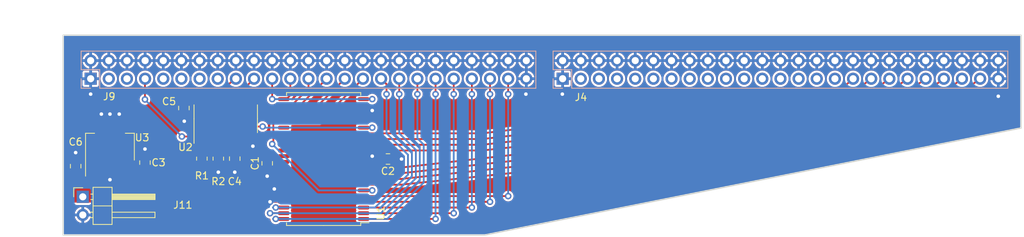
<source format=kicad_pcb>
(kicad_pcb (version 20221018) (generator pcbnew)

  (general
    (thickness 1.6)
  )

  (paper "A4")
  (title_block
    (title "CBM PET SRAM Expansion")
    (date "2023-11-12")
    (rev "2")
    (company "CCC Basel")
  )

  (layers
    (0 "F.Cu" signal)
    (31 "B.Cu" signal)
    (32 "B.Adhes" user "B.Adhesive")
    (33 "F.Adhes" user "F.Adhesive")
    (34 "B.Paste" user)
    (35 "F.Paste" user)
    (36 "B.SilkS" user "B.Silkscreen")
    (37 "F.SilkS" user "F.Silkscreen")
    (38 "B.Mask" user)
    (39 "F.Mask" user)
    (40 "Dwgs.User" user "User.Drawings")
    (41 "Cmts.User" user "User.Comments")
    (42 "Eco1.User" user "User.Eco1")
    (43 "Eco2.User" user "User.Eco2")
    (44 "Edge.Cuts" user)
    (45 "Margin" user)
    (46 "B.CrtYd" user "B.Courtyard")
    (47 "F.CrtYd" user "F.Courtyard")
    (48 "B.Fab" user)
    (49 "F.Fab" user)
    (50 "User.1" user)
    (51 "User.2" user)
    (52 "User.3" user)
    (53 "User.4" user)
    (54 "User.5" user)
    (55 "User.6" user)
    (56 "User.7" user)
    (57 "User.8" user)
    (58 "User.9" user)
  )

  (setup
    (stackup
      (layer "F.SilkS" (type "Top Silk Screen") (color "White"))
      (layer "F.Paste" (type "Top Solder Paste"))
      (layer "F.Mask" (type "Top Solder Mask") (color "Green") (thickness 0.01))
      (layer "F.Cu" (type "copper") (thickness 0.035))
      (layer "dielectric 1" (type "core") (color "FR4 natural") (thickness 1.51) (material "FR4") (epsilon_r 4.5) (loss_tangent 0.02))
      (layer "B.Cu" (type "copper") (thickness 0.035))
      (layer "B.Mask" (type "Bottom Solder Mask") (color "Green") (thickness 0.01))
      (layer "B.Paste" (type "Bottom Solder Paste"))
      (layer "B.SilkS" (type "Bottom Silk Screen") (color "White"))
      (copper_finish "None")
      (dielectric_constraints no)
    )
    (pad_to_mask_clearance 0)
    (aux_axis_origin 80 70)
    (pcbplotparams
      (layerselection 0x00013fc_ffffffff)
      (plot_on_all_layers_selection 0x0000000_00000000)
      (disableapertmacros false)
      (usegerberextensions false)
      (usegerberattributes true)
      (usegerberadvancedattributes true)
      (creategerberjobfile true)
      (dashed_line_dash_ratio 12.000000)
      (dashed_line_gap_ratio 3.000000)
      (svgprecision 4)
      (plotframeref false)
      (viasonmask false)
      (mode 1)
      (useauxorigin false)
      (hpglpennumber 1)
      (hpglpenspeed 20)
      (hpglpendiameter 15.000000)
      (dxfpolygonmode true)
      (dxfimperialunits true)
      (dxfusepcbnewfont true)
      (psnegative false)
      (psa4output false)
      (plotreference true)
      (plotvalue true)
      (plotinvisibletext false)
      (sketchpadsonfab false)
      (subtractmaskfromsilk true)
      (outputformat 1)
      (mirror false)
      (drillshape 0)
      (scaleselection 1)
      (outputdirectory "plot/")
    )
  )

  (net 0 "")
  (net 1 "+5V")
  (net 2 "GND")
  (net 3 "/BD0")
  (net 4 "/BD1")
  (net 5 "/BD2")
  (net 6 "/BD3")
  (net 7 "/BD4")
  (net 8 "/BD5")
  (net 9 "/BD6")
  (net 10 "/BD7")
  (net 11 "/~{SEL2}")
  (net 12 "/~{SEL3}")
  (net 13 "/~{SEL4}")
  (net 14 "/~{SEL5}")
  (net 15 "/~{SEL6}")
  (net 16 "/~{SEL7}")
  (net 17 "/~{SEL8}")
  (net 18 "/~{SEL9}")
  (net 19 "/~{SELA}")
  (net 20 "/~{SELB}")
  (net 21 "/~{RESET}")
  (net 22 "/READY")
  (net 23 "/~{NMI}")
  (net 24 "/BA0")
  (net 25 "/BA1")
  (net 26 "unconnected-(U1-DQ8-Pad29)")
  (net 27 "unconnected-(U1-DQ9-Pad30)")
  (net 28 "unconnected-(U1-DQ10-Pad31)")
  (net 29 "unconnected-(U1-DQ11-Pad32)")
  (net 30 "unconnected-(U1-DQ12-Pad35)")
  (net 31 "unconnected-(U1-DQ13-Pad36)")
  (net 32 "unconnected-(U1-DQ14-Pad37)")
  (net 33 "unconnected-(U1-DQ15-Pad38)")
  (net 34 "/BA2")
  (net 35 "/BA3")
  (net 36 "/BA4")
  (net 37 "/BA5")
  (net 38 "/BA6")
  (net 39 "/BA7")
  (net 40 "/BA8")
  (net 41 "/BA9")
  (net 42 "/BA10")
  (net 43 "/BA11")
  (net 44 "/BA12")
  (net 45 "/BA13")
  (net 46 "/BA14")
  (net 47 "/BA15")
  (net 48 "/SYNC")
  (net 49 "/~{IRQ}")
  (net 50 "/CPHI2")
  (net 51 "/BR{slash}W")
  (net 52 "/~{BR{slash}W}")
  (net 53 "unconnected-(J4-Pin_9-Pad9)")
  (net 54 "unconnected-(J4-Pin_11-Pad11)")
  (net 55 "/~{CE}")
  (net 56 "unconnected-(U1-NC-Pad28)")
  (net 57 "unconnected-(J9-Pin_3-Pad3)")
  (net 58 "unconnected-(J9-Pin_11-Pad11)")
  (net 59 "+9V")
  (net 60 "Net-(C4-Pad1)")
  (net 61 "/~{WE}")
  (net 62 "Net-(U2-Pad10)")
  (net 63 "Net-(U2-Pad3)")

  (footprint "Resistor_SMD:R_0805_2012Metric" (layer "F.Cu") (at 99.4 87.3 90))

  (footprint "Package_SO:SOIC-14_3.9x8.7mm_P1.27mm" (layer "F.Cu") (at 102.736 81.706 90))

  (footprint "Resistor_SMD:R_0805_2012Metric" (layer "F.Cu") (at 101.7 87.3 90))

  (footprint "Capacitor_SMD:C_0805_2012Metric" (layer "F.Cu") (at 125.436 87.356 180))

  (footprint "Package_SO:TSOP-II-44_10.16x18.41mm_P0.8mm" (layer "F.Cu") (at 116.436 87.356 180))

  (footprint "Capacitor_SMD:C_0805_2012Metric" (layer "F.Cu") (at 91.436 87.856 -90))

  (footprint "Connector_PinHeader_2.54mm:PinHeader_1x02_P2.54mm_Horizontal" (layer "F.Cu") (at 82.736 92.656))

  (footprint "Capacitor_SMD:C_0805_2012Metric" (layer "F.Cu") (at 96.886 80.206 -90))

  (footprint "Capacitor_SMD:C_0805_2012Metric" (layer "F.Cu") (at 81.736 88.356 -90))

  (footprint "Capacitor_SMD:C_0805_2012Metric" (layer "F.Cu") (at 104 87.3 -90))

  (footprint "Package_TO_SOT_SMD:SOT-223-3_TabPin2" (layer "F.Cu") (at 86.536 85.656 90))

  (footprint "Capacitor_SMD:C_0805_2012Metric" (layer "F.Cu") (at 108.536 87.956 -90))

  (footprint "Connector_PinSocket_2.54mm:PinSocket_2x25_P2.54mm_Vertical" (layer "B.Cu") (at 83.836 76.096 -90))

  (footprint "Connector_PinSocket_2.54mm:PinSocket_2x25_P2.54mm_Vertical" (layer "B.Cu") (at 149.876 76.096 -90))

  (gr_poly
    (pts
      (xy 80 70)
      (xy 80 98)
      (xy 139 98)
      (xy 214 83)
      (xy 214 70)
    )

    (stroke (width 0.2) (type solid)) (fill none) (layer "Edge.Cuts") (tstamp 0dd3ab04-e666-4b66-af39-8505a82aff56))
  (gr_text "PET SRAM Expansion\nv2 2023 CCC Basel" (at 144.736 95.956 11.309) (layer "F.Cu" knockout) (tstamp b8bf4f42-fff9-456d-9deb-5c596e5468c6)
    (effects (font (size 1.2 1.2) (thickness 0.25) bold) (justify left bottom))
  )
  (gr_text "+ -" (at 93.636 91.556 270) (layer "F.Cu" knockout) (tstamp f575302a-e095-4194-ad15-ebc506393443)
    (effects (font (size 1.5 1.5) (thickness 0.3) bold) (justify left bottom))
  )
  (gr_text "Note: The PET epansion headers\nare numbered from right to left (or bottom\nup when looking at Commodore's schematic), i.e. our\nJ4's pin 49 is pin 1 in the PET, our pin 1 is pin 25 on the\nPET, and similarly for J9. The second row is all GND." (at 213.236 89.056) (layer "Cmts.User") (tstamp 58aca8af-c056-4f12-9bf3-c786f409ff1e)
    (effects (font (size 1 1) (thickness 0.15)) (justify right top))
  )
  (dimension (type aligned) (layer "Dwgs.User") (tstamp 25c5cbdf-1465-4209-b7a4-4f41b235d643)
    (pts (xy 80 70) (xy 80 98))
    (height 2.764)
    (gr_text "28.0000 mm" (at 76.086 84 90) (layer "Dwgs.User") (tstamp 25c5cbdf-1465-4209-b7a4-4f41b235d643)
      (effects (font (size 1 1) (thickness 0.15)))
    )
    (format (prefix "") (suffix "") (units 3) (units_format 1) (precision 4))
    (style (thickness 0.15) (arrow_length 1.27) (text_position_mode 0) (extension_height 0.58642) (extension_offset 0.5) keep_text_aligned)
  )
  (dimension (type aligned) (layer "Dwgs.User") (tstamp dd05ee48-d460-4f4a-ba7d-423e1f3733ea)
    (pts (xy 214 70) (xy 80 70))
    (height 2.944)
    (gr_text "134.0000 mm" (at 147 65.906) (layer "Dwgs.User") (tstamp dd05ee48-d460-4f4a-ba7d-423e1f3733ea)
      (effects (font (size 1 1) (thickness 0.15)))
    )
    (format (prefix "") (suffix "") (units 3) (units_format 1) (precision 4))
    (style (thickness 0.15) (arrow_length 1.27) (text_position_mode 0) (extension_height 0.58642) (extension_offset 0.5) keep_text_aligned)
  )

  (segment (start 122.0235 87.756) (end 124.086 87.756) (width 0.25) (layer "F.Cu") (net 1) (tstamp c20522a2-c75d-4d9e-92c2-e7d359269504))
  (segment (start 124.086 87.756) (end 124.486 87.356) (width 0.25) (layer "F.Cu") (net 1) (tstamp c4c63fba-9fac-4d2d-9ecf-969536ec52b4))
  (segment (start 91.436 86.906) (end 91.436 85.956) (width 0.25) (layer "F.Cu") (net 2) (tstamp 011df45a-c56a-4cc1-9390-1a39d77c223f))
  (segment (start 210.836 76.096) (end 210.836 78.556) (width 0.25) (layer "F.Cu") (net 2) (tstamp 0398e4cb-0d20-4d23-af3e-3bc6b738eff8))
  (segment (start 110.8485 91.756) (end 109.736 91.756) (width 0.25) (layer "F.Cu") (net 2) (tstamp 10849130-c65c-4a1b-8b9d-33883077c151))
  (segment (start 106.546 84.181) (end 106.546 85.546) (width 0.25) (layer "F.Cu") (net 2) (tstamp 1989c981-e8c9-437e-aa18-336ba27d20e3))
  (segment (start 109.736 91.756) (end 109.536 91.556) (width 0.25) (layer "F.Cu") (net 2) (tstamp 1dc7c261-655e-489f-be10-702d3af8c8c2))
  (segment (start 149.876 76.096) (end 149.876 78.216) (width 0.25) (layer "F.Cu") (net 2) (tstamp 1fcd1f41-3840-47bc-80a9-de34132cb6f1))
  (segment (start 149.876 78.216) (end 149.836 78.256) (width 0.25) (layer "F.Cu") (net 2) (tstamp 2461e001-2a15-4bb3-a45d-0c363a2f5b5e))
  (segment (start 96.886 82.006) (end 96.936 82.056) (width 0.25) (layer "F.Cu") (net 2) (tstamp 2a2b63b0-1ba9-4093-a18f-e267d572f199))
  (segment (start 86.536 82.506) (end 86.536 82.356) (width 0.25) (layer "F.Cu") (net 2) (tstamp 362d9b5f-ddf7-4b1b-9215-d9322123890b))
  (segment (start 81.736 87.406) (end 81.736 86.456) (width 0.25) (layer "F.Cu") (net 2) (tstamp 3f95890b-961e-49b9-9d7b-2cd1f8c21a78))
  (segment (start 110.8485 87.756) (end 109.686 87.756) (width 0.25) (layer "F.Cu") (net 2) (tstamp 52d4e1b7-11ba-49a4-aeef-1e251dd50a8b))
  (segment (start 144.796 76.096) (end 144.796 78.196) (width 0.25) (layer "F.Cu") (net 2) (tstamp 63babeaa-ecf6-48e5-bbb0-2f5fb51669aa))
  (segment (start 86.536 82.506) (end 86.536 81.056) (width 0.25) (layer "F.Cu") (net 2) (tstamp 68effc70-a377-4b29-a7e5-3ae799e4d3e2))
  (segment (start 108.536 88.906) (end 108.536 89.756) (width 0.25) (layer "F.Cu") (net 2) (tstamp 6ceef4d3-c265-443f-b34f-386e3f812259))
  (segment (start 109.686 87.756) (end 108.536 88.906) (width 0.25) (layer "F.Cu") (net 2) (tstamp 74ec4e32-d966-4778-b2b6-a71d46c6fb7e))
  (segment (start 110.8485 93.356) (end 108.936 93.356) (width 0.25) (layer "F.Cu") (net 2) (tstamp 7b0d66ff-1a65-4eeb-a70f-f4256a5c63fc))
  (segment (start 122.0235 82.156) (end 122.0235 79.756) (width 0.25) (layer "F.Cu") (net 2) (tstamp 7b5b16bd-9cef-467d-b98d-8008676e0a76))
  (segment (start 122.0235 80.556) (end 123.236 80.556) (width 0.25) (layer "F.Cu") (net 2) (tstamp 832b77e8-3371-4b11-969a-90365ff665de))
  (segment (start 86.536 88.806) (end 86.536 90.256) (width 0.25) (layer "F.Cu") (net 2) (tstamp 889a37ba-2ec4-4389-821d-231ac85d581b))
  (segment (start 104 88.25) (end 104 89.2) (width 0.25) (layer "F.Cu") (net 2) (tstamp 9b2c3f0f-b602-412b-80a9-7714e4e60d3e))
  (segment (start 144.796 78.196) (end 144.736 78.256) (width 0.25) (layer "F.Cu") (net 2) (tstamp a01d66c7-3530-4e84-93b0-5c7a832167e9))
  (segment (start 101.7 88.2125) (end 101.7 89.2) (width 0.25) (layer "F.Cu") (net 2) (tstamp ad7e7932-1d75-44a8-8843-fb6928200eda))
  (segment (start 126.386 87.356) (end 127.336 87.356) (width 0.25) (layer "F.Cu") (net 2) (tstamp b0d89d18-2123-4989-946f-2fd81d9d417e))
  (segment (start 86.536 82.356) (end 87.836 81.056) (width 0.25) (layer "F.Cu") (net 2) (tstamp b21d294f-597a-48bc-b1a6-cfebc712cd81))
  (segment (start 96.886 81.156) (end 96.886 82.006) (width 0.25) (layer "F.Cu") (net 2) (tstamp c91a1503-6647-41a6-8194-a1ceccda4377))
  (segment (start 122.0235 86.956) (end 123.236 86.956) (width 0.25) (layer "F.Cu") (net 2) (tstamp cf250929-cd87-4d57-85f9-85282ed01c95))
  (segment (start 83.836 76.096) (end 83.836 78.256) (width 0.25) (layer "F.Cu") (net 2) (tstamp d2d77894-761e-45af-8fc8-cf6826cc2c6c))
  (segment (start 85.336 81.306) (end 85.336 81.056) (width 0.25) (layer "F.Cu") (net 2) (tstamp d3c403c2-b69d-4e1c-99b8-149abd142414))
  (segment (start 86.536 82.506) (end 85.336 81.306) (width 0.25) (layer "F.Cu") (net 2) (tstamp d6491325-e906-477a-8f83-c8392cc6110f))
  (segment (start 106.546 85.546) (end 106.536 85.556) (width 0.25) (layer "F.Cu") (net 2) (tstamp e50a67c0-8908-49ba-b1df-c003ad73d663))
  (via (at 144.736 78.256) (size 0.9) (drill 0.5) (layers "F.Cu" "B.Cu") (net 2) (tstamp 039aec84-1c33-44dc-99ec-f49b9a192389))
  (via (at 86.536 81.056) (size 0.9) (drill 0.5) (layers "F.Cu" "B.Cu") (net 2) (tstamp 0da8a494-c134-49fe-b3a9-f9b3426eed95))
  (via (at 104 89.2) (size 0.9) (drill 0.5) (layers "F.Cu" "B.Cu") (net 2) (tstamp 256f88cf-59a7-4666-941b-c29c8d1dc78d))
  (via (at 108.536 89.756) (size 0.9) (drill 0.5) (layers "F.Cu" "B.Cu") (net 2) (tstamp 3c91f8a7-3010-4453-a036-8e24be5db83c))
  (via (at 86.536 90.256) (size 0.9) (drill 0.5) (layers "F.Cu" "B.Cu") (net 2) (tstamp 3cfaebeb-7fe8-4b5d-92f6-c84a2aab1056))
  (via (at 91.436 85.956) (size 0.9) (drill 0.5) (layers "F.Cu" "B.Cu") (net 2) (tstamp 435c66de-af88-4171-a0b0-b8a13dccdc14))
  (via (at 127.336 87.356) (size 0.9) (drill 0.5) (layers "F.Cu" "B.Cu") (net 2) (tstamp 4568cc53-ba84-48b6-8d8c-24a739738e39))
  (via (at 210.836 78.556) (size 0.9) (drill 0.5) (layers "F.Cu" "B.Cu") (net 2) (tstamp 56c45c2e-36a5-4810-a611-5eed89baa986))
  (via (at 83.836 78.256) (size 0.9) (drill 0.5) (layers "F.Cu" "B.Cu") (net 2) (tstamp 5c9ba0b8-0a39-41cd-8fc5-5302d914fbb4))
  (via (at 96.936 82.056) (size 0.9) (drill 0.5) (layers "F.Cu" "B.Cu") (net 2) (tstamp 5f06b5bb-9db3-4504-9f12-87c6521f9c28))
  (via (at 108.936 93.356) (size 0.9) (drill 0.5) (layers "F.Cu" "B.Cu") (net 2) (tstamp 662ea9b7-3dd5-4833-9564-a69601c23426))
  (via (at 106.536 85.556) (size 0.9) (drill 0.5) (layers "F.Cu" "B.Cu") (net 2) (tstamp 6de8f9c1-096d-41ff-a901-6a6dfa13d2ec))
  (via (at 85.336 81.056) (size 0.9) (drill 0.5) (layers "F.Cu" "B.Cu") (net 2) (tstamp 7eec2928-bca4-4d37-9646-3aba21192767))
  (via (at 87.836 81.056) (size 0.9) (drill 0.5) (layers "F.Cu" "B.Cu") (net 2) (tstamp 83324a08-e1b8-4a03-8032-158e41eae093))
  (via (at 109.536 91.556) (size 0.9) (drill 0.5) (layers "F.Cu" "B.Cu") (net 2) (tstamp 86d33735-b360-4755-af67-087b8ac9b5ed))
  (via (at 81.736 86.456) (size 0.9) (drill 0.5) (layers "F.Cu" "B.Cu") (net 2) (tstamp 937a74fe-deb6-42a4-9615-0ba7fc53e4ce))
  (via (at 123.236 86.956) (size 0.9) (drill 0.5) (layers "F.Cu" "B.Cu") (net 2) (tstamp 94c22d19-779e-46c3-9c25-4e37a061dffc))
  (via (at 101.7 89.2) (size 0.9) (drill 0.5) (layers "F.Cu" "B.Cu") (net 2) (tstamp 9e83a45e-424c-4afd-9a6c-22959e3ae8b6))
  (via (at 149.836 78.256) (size 0.9) (drill 0.5) (layers "F.Cu" "B.Cu") (net 2) (tstamp a9cafa9f-febc-4963-b3c5-17ac6e3bca49))
  (via (at 123.236 80.556) (size 0.9) (drill 0.5) (layers "F.Cu" "B.Cu") (net 2) (tstamp e6e929ae-0523-4db8-bdf0-a5997f1e067c))
  (segment (start 198.236 83.456) (end 208.296 76.096) (width 0.25) (layer "F.Cu") (net 3) (tstamp 5f48dd48-ebc5-4c5f-bcab-c23a9c526fd4))
  (segment (start 122.0235 90.956) (end 127.236 90.956) (width 0.25) (layer "F.Cu") (net 3) (tstamp 82451621-5713-4c11-91ec-1464e770cb62))
  (segment (start 127.236 90.956) (end 198.236 83.456) (width 0.25) (layer "F.Cu") (net 3) (tstamp 835ab5a1-f868-4b47-a523-e2ca04110ca7))
  (segment (start 127.236 90.156) (end 197.136 82.556) (width 0.25) (layer "F.Cu") (net 4) (tstamp 02d19dff-a912-4c0d-8d41-c09cdd687ea6))
  (segment (start 197.136 82.556) (end 205.756 76.096) (width 0.25) (layer "F.Cu") (net 4) (tstamp a7e4fffc-9c57-4788-bf5e-543a4ae7b240))
  (segment (start 122.0235 90.156) (end 127.236 90.156) (width 0.25) (layer "F.Cu") (net 4) (tstamp cd175cb7-98a1-481b-bff3-bb2edeca757c))
  (segment (start 127.236 89.356) (end 195.436 81.756) (width 0.25) (layer "F.Cu") (net 5) (tstamp 3b9d4edd-cd89-47f1-baf3-2a99385e6579))
  (segment (start 122.0235 89.356) (end 127.236 89.356) (width 0.25) (layer "F.Cu") (net 5) (tstamp 95b176f2-f12c-4764-8f4f-7434db73f48c))
  (segment (start 195.436 81.756) (end 203.216 76.096) (width 0.25) (layer "F.Cu") (net 5) (tstamp be87b0d6-0f90-4588-bb6c-a81be9b02549))
  (segment (start 122.0235 88.556) (end 127.236 88.556) (width 0.25) (layer "F.Cu") (net 6) (tstamp 0642edb1-5e44-4987-8698-e34388662104))
  (segment (start 193.936 80.956) (end 200.676 76.096) (width 0.25) (layer "F.Cu") (net 6) (tstamp 4e76c70b-60ed-4433-9857-4afdae5bbfb4))
  (segment (start 127.236 88.556) (end 193.936 80.956) (width 0.25) (layer "F.Cu") (net 6) (tstamp ae014804-4bcd-42af-952a-1c7012760ca3))
  (segment (start 138.636 86.156) (end 122.0235 86.156) (width 0.25) (layer "F.Cu") (net 7) (tstamp 18106df3-a01b-41e3-ab1d-22ccd183db8e))
  (segment (start 192.536 80.156) (end 138.636 86.156) (width 0.25) (layer "F.Cu") (net 7) (tstamp 87330fb0-7ba5-4249-89cd-d3da11a912aa))
  (segment (start 198.136 76.096) (end 192.536 80.156) (width 0.25) (layer "F.Cu") (net 7) (tstamp b15e6981-0138-4226-a6a5-0d4639d80d1c))
  (segment (start 138.636 85.356) (end 191.336 79.256) (width 0.25) (layer "F.Cu") (net 8) (tstamp 01e109a5-e999-410d-b49b-322c4b56062d))
  (segment (start 191.336 79.256) (end 195.596 76.096) (width 0.25) (layer "F.Cu") (net 8) (tstamp 783dcef2-8806-4070-aca7-381e809ed0dd))
  (segment (start 122.0235 85.356) (end 138.636 85.356) (width 0.25) (layer "F.Cu") (net 8) (tstamp dfce4006-ef62-40d0-bc1e-211bc2da1ccf))
  (segment (start 138.636 84.556) (end 122.0235 84.556) (width 0.25) (layer "F.Cu") (net 9) (tstamp a45e4668-8b22-4f92-8a93-16d0f7ae8ab6))
  (segment (start 189.936 78.456) (end 138.636 84.556) (width 0.25) (layer "F.Cu") (net 9) (tstamp b7cf3c08-4566-493d-81fc-76152365f243))
  (segment (start 193.056 76.096) (end 189.936 78.456) (width 0.25) (layer "F.Cu") (net 9) (tstamp e39a6c5a-9dea-4971-a421-836b654259a4))
  (segment (start 188.836 77.556) (end 138.636 83.756) (width 0.25) (layer "F.Cu") (net 10) (tstamp 23e087a9-501e-47be-9f7e-e404df1bcd4d))
  (segment (start 190.516 76.096) (end 188.836 77.556) (width 0.25) (layer "F.Cu") (net 10) (tstamp 35c33f3e-350f-44e5-884f-54e4e6bee590))
  (segment (start 138.636 83.756) (end 122.0235 83.756) (width 0.25) (layer "F.Cu") (net 10) (tstamp b3a1d0ac-fa74-4b88-a341-6b95fbb546be))
  (segment (start 142.256 76.096) (end 142.256 78.256) (width 0.25) (layer "F.Cu") (net 24) (tstamp 020f604d-0fe6-463c-a82a-6267d386259b))
  (segment (start 122.0235 92.556) (end 142.256 92.556) (width 0.25) (layer "F.Cu") (net 24) (tstamp 814f349b-529e-47b5-8a4e-8128beb5c433))
  (via (at 142.256 92.556) (size 0.9) (drill 0.5) (layers "F.Cu" "B.Cu") (net 24) (tstamp 43eecbe5-855b-4d0c-bb94-5c97987993a2))
  (via (at 142.256 78.256) (size 0.9) (drill 0.5) (layers "F.Cu" "B.Cu") (net 24) (tstamp 5fbb6034-1621-4b2b-bb7a-5f48775d76a3))
  (segment (start 142.256 78.256) (end 142.256 92.556) (width 0.25) (layer "B.Cu") (net 24) (tstamp 6871e2b2-dbad-43d0-84fc-b2c8b233aef2))
  (segment (start 138.136 93.356) (end 139.436 93.356) (width 0.25) (layer "F.Cu") (net 25) (tstamp 134f8063-d249-49c9-b8b0-3fb70fdebd0e))
  (segment (start 139.716 76.096) (end 139.716 78.256) (width 0.25) (layer "F.Cu") (net 25) (tstamp 3c705a89-1b06-4f5f-aab4-864d4222b559))
  (segment (start 122.0235 93.356) (end 138.136 93.356) (width 0.25) (layer "F.Cu") (net 25) (tstamp d43fd0b8-7670-410c-a5bf-2bff6a7c6789))
  (segment (start 138.136 93.356) (end 139.716 93.356) (width 0.25) (layer "F.Cu") (net 25) (tstamp f3d1b219-df4a-44af-ad78-a643d0bfca48))
  (via (at 139.716 93.356) (size 0.9) (drill 0.5) (layers "F.Cu" "B.Cu") (net 25) (tstamp 14839f69-e431-42ce-8717-8ca113c33a6f))
  (via (at 139.716 78.256) (size 0.9) (drill 0.5) (layers "F.Cu" "B.Cu") (net 25) (tstamp 83f2720d-713c-4039-92de-ee77b03a0c0f))
  (segment (start 139.716 78.256) (end 139.716 93.356) (width 0.25) (layer "B.Cu") (net 25) (tstamp 6b54c2bd-1503-4e6c-86e2-18920027d3a0))
  (segment (start 137.176 76.096) (end 137.176 78.256) (width 0.25) (layer "F.Cu") (net 34) (tstamp 08495a6b-d7c0-41ed-a908-d8f900d0d9d3))
  (segment (start 122.0235 94.156) (end 137.176 94.156) (width 0.25) (layer "F.Cu") (net 34) (tstamp 62e4a09f-c002-46f3-b68c-e5f3235e875c))
  (via (at 137.176 94.156) (size 0.9) (drill 0.5) (layers "F.Cu" "B.Cu") (net 34) (tstamp 709d8063-d17c-4699-b539-e14362b2765b))
  (via (at 137.176 78.256) (size 0.9) (drill 0.5) (layers "F.Cu" "B.Cu") (net 34) (tstamp dd1419a7-7528-4f37-b01a-9a8dbf40ea1b))
  (segment (start 137.176 78.256) (end 137.176 94.156) (width 0.25) (layer "B.Cu") (net 34) (tstamp 6c619bcf-c0eb-4112-868f-42670549d11c))
  (segment (start 134.636 76.096) (end 134.636 78.256) (width 0.25) (layer "F.Cu") (net 35) (tstamp 07535421-9495-49fb-b80e-4be889f5abe3))
  (segment (start 122.0235 94.956) (end 134.636 94.956) (width 0.25) (layer "F.Cu") (net 35) (tstamp c65d2d78-e370-4904-a8b4-e3a4d1785495))
  (via (at 134.636 78.256) (size 0.9) (drill 0.5) (layers "F.Cu" "B.Cu") (net 35) (tstamp 3c85e060-2fed-44b9-bfd7-3cc035e39341))
  (via (at 134.636 94.956) (size 0.9) (drill 0.5) (layers "F.Cu" "B.Cu") (net 35) (tstamp bff90011-e855-4eb7-ad81-9a16c7e67c0b))
  (segment (start 134.636 78.256) (end 134.636 94.956) (width 0.25) (layer "B.Cu") (net 35) (tstamp 116a8a3c-1ecc-45ac-b860-0a29550c1ef0))
  (segment (start 122.0235 95.756) (end 132.096 95.756) (width 0.25) (layer "F.Cu") (net 36) (tstamp 49599bbd-3326-4c2b-8183-28e1efd62095))
  (segment (start 132.096 76.096) (end 132.096 78.256) (width 0.25) (layer "F.Cu") (net 36) (tstamp f1dffd1b-a4ff-469e-ab2e-429c5296c84d))
  (via (at 132.096 95.756) (size 0.9) (drill 0.5) (layers "F.Cu" "B.Cu") (net 36) (tstamp 75a8f135-8adb-4b6b-beeb-3af057711318))
  (via (at 132.096 78.256) (size 0.9) (drill 0.5) (layers "F.Cu" "B.Cu") (net 36) (tstamp e38f64e9-f752-4d98-884b-15b5e2410167))
  (segment (start 132.096 78.256) (end 132.096 95.756) (width 0.25) (layer "B.Cu") (net 36) (tstamp b1733f6c-51b0-4979-af2d-0b3fd7c64ce2))
  (segment (start 110.8485 95.756) (end 109.736 95.756) (width 0.25) (layer "F.Cu") (net 37) (tstamp 57060d08-20ac-4839-96a6-e5f91e102245))
  (segment (start 129.556 76.096) (end 129.556 78.256) (width 0.25) (layer "F.Cu") (net 37) (tstamp dde30f11-b05b-4b62-94d0-6764e9593a1b))
  (via (at 129.556 78.256) (size 0.9) (drill 0.5) (layers "F.Cu" "B.Cu") (net 37) (tstamp 13010197-576b-4291-861b-bcc609ab8064))
  (via (at 109.736 95.756) (size 0.9) (drill 0.5) (layers "F.Cu" "B.Cu") (net 37) (tstamp d96303bf-6731-48b0-b9f8-99c6fedebb50))
  (segment (start 125.336 95.756) (end 130.436 90.656) (width 0.25) (layer "B.Cu") (net 37) (tstamp 451abffc-ca37-4190-8a40-72d50ab22c78))
  (segment (start 129.556 84.456) (end 129.556 78.256) (width 0.25) (layer "B.Cu") (net 37) (tstamp 6b950704-fb64-4b6e-aa52-288b8f53f027))
  (segment (start 130.436 90.656) (end 130.436 85.336) (width 0.25) (layer "B.Cu") (net 37) (tstamp ac030d1d-271d-488b-ab80-ab19f8be3972))
  (segment (start 109.336 95.756) (end 125.336 95.756) (width 0.25) (layer "B.Cu") (net 37) (tstamp c3a305c0-bd86-4235-896a-e9349ec10159))
  (segment (start 130.436 85.336) (end 129.556 84.456) (width 0.25) (layer "B.Cu") (net 37) (tstamp ded8643c-4ad5-42d0-a631-34bcc210625d))
  (segment (start 110.8485 94.956) (end 108.936 94.956) (width 0.25) (layer "F.Cu") (net 38) (tstamp 010b4f91-88b7-4a83-9336-50a870405a9b))
  (segment (start 127.016 76.096) (end 127.016 78.256) (width 0.25) (layer "F.Cu") (net 38) (tstamp 875c5c11-85b1-4ab1-9459-70549c2459b5))
  (via (at 108.936 94.956) (size 0.9) (drill 0.5) (layers "F.Cu" "B.Cu") (net 38) (tstamp 36cbb6e1-ccc4-4b64-9230-6c7a6540d29b))
  (via (at 127.016 78.256) (size 0.9) (drill 0.5) (layers "F.Cu" "B.Cu") (net 38) (tstamp b58461f6-c0fe-46f7-b6db-99c9faaeb3a4))
  (segment (start 127.016 83.756) (end 127.016 78.256) (width 0.25) (layer "B.Cu") (net 38) (tstamp 0834e5b7-6a3c-4346-ae6a-39b826a7c6a0))
  (segment (start 129.336 90.056) (end 129.336 86.076) (width 0.25) (layer "B.Cu") (net 38) (tstamp 6d28dcaf-c33d-4a29-95d1-ce554cd7c971))
  (segment (start 108.936 94.956) (end 124.436 94.956) (width 0.25) (layer "B.Cu") (net 38) (tstamp 9c6788fb-8bcb-4db9-81fc-68f548cde1de))
  (segment (start 129.336 86.076) (end 127.016 83.756) (width 0.25) (layer "B.Cu") (net 38) (tstamp b2e3ec66-5f94-49bd-8f70-72ca679791a1))
  (segment (start 124.436 94.956) (end 129.336 90.056) (width 0.25) (layer "B.Cu") (net 38) (tstamp f09be094-9aae-4246-b023-2eb065121bbc))
  (segment (start 125.236 76.856) (end 125.236 78.256) (width 0.25) (layer "F.Cu") (net 39) (tstamp 26c9cfe9-ef15-405d-9c12-05fab8df8534))
  (segment (start 110.8485 94.156) (end 109.736 94.156) (width 0.25) (layer "F.Cu") (net 39) (tstamp 4df75ade-7c4c-4bc0-8b56-425ab4ae6309))
  (segment (start 124.476 76.096) (end 125.236 76.856) (width 0.25) (layer "F.Cu") (net 39) (tstamp ecb62fbe-91f0-4288-9833-d8f9dc60be17))
  (via (at 109.736 94.156) (size 0.9) (drill 0.5) (layers "F.Cu" "B.Cu") (net 39) (tstamp 8b957ae4-1db8-4c8b-9b01-faaead3d10bc))
  (via (at 125.236 78.256) (size 0.9) (drill 0.5) (layers "F.Cu" "B.Cu") (net 39) (tstamp cad7a454-de5a-4730-9879-28e956fa3151))
  (segment (start 128.236 86.756) (end 125.236 83.756) (width 0.25) (layer "B.Cu") (net 39) (tstamp 0e2ecc40-af59-4899-abe0-466611df9de0))
  (segment (start 128.236 89.556) (end 128.236 86.756) (width 0.25) (layer "B.Cu") (net 39) (tstamp a00d1442-8a79-4d6d-b6eb-27da1ab0700d))
  (segment (start 123.636 94.156) (end 128.236 89.556) (width 0.25) (layer "B.Cu") (net 39) (tstamp e577a315-f78a-4cc1-a51a-ce77de8b5bde))
  (segment (start 125.236 83.756) (end 125.236 78.256) (width 0.25) (layer "B.Cu") (net 39) (tstamp f3c0f086-3dcc-4108-be8f-d33f2bb8dc96))
  (segment (start 109.336 94.156) (end 123.636 94.156) (width 0.25) (layer "B.Cu") (net 39) (tstamp fba5a48c-cb2f-4804-b8a3-3b2e9d944bca))
  (segment (start 115.876 82.156) (end 110.8485 82.156) (width 0.25) (layer "F.Cu") (net 40) (tstamp 010958d7-4ff9-4017-908b-bcb84847a579))
  (segment (start 121.936 76.096) (end 115.876 82.156) (width 0.25) (layer "F.Cu") (net 40) (tstamp e0feb040-362b-47bc-9dea-e729cc91bbd2))
  (segment (start 119.396 76.096) (end 114.136 81.356) (width 0.25) (layer "F.Cu") (net 41) (tstamp 51c2af67-508b-418f-9235-5b04d7e1a3c7))
  (segment (start 114.136 81.356) (end 110.8485 81.356) (width 0.25) (layer "F.Cu") (net 41) (tstamp 92434bb8-a998-45f1-a9a3-8f4dbffdd269))
  (segment (start 112.396 80.556) (end 110.8485 80.556) (width 0.25) (layer "F.Cu") (net 42) (tstamp d8441ec3-aed2-4e8a-b246-19caad8dfefb))
  (segment (start 116.856 76.096) (end 112.396 80.556) (width 0.25) (layer "F.Cu") (net 42) (tstamp d8ab2074-0589-4137-93bd-3cb3777c6f59))
  (segment (start 114.316 77.476) (end 112.036 79.756) (width 0.25) (layer "F.Cu") (net 43) (tstamp 4d59f33b-df21-4c30-a4f0-0cfc34fe55e8))
  (segment (start 112.036 79.756) (end 110.8485 79.756) (width 0.25) (layer "F.Cu") (net 43) (tstamp 809b8f15-c255-45ea-9082-13b674f29876))
  (segment (start 114.316 76.096) (end 114.316 77.476) (width 0.25) (layer "F.Cu") (net 43) (tstamp aea176ed-cef3-4540-bc24-f911979fc88c))
  (segment (start 111.236 78.956) (end 110.8485 78.956) (width 0.25) (layer "F.Cu") (net 44) (tstamp 1289305a-38a6-4836-a4f1-0762bfd07694))
  (segment (start 111.776 76.096) (end 111.776 78.416) (width 0.25) (layer "F.Cu") (net 44) (tstamp 5e10f963-6c67-4542-84f2-2535a724b82d))
  (segment (start 111.776 78.416) (end 111.236 78.956) (width 0.25) (layer "F.Cu") (net 44) (tstamp afcfdb1f-9b22-4528-83e1-e5bdc940f4f3))
  (segment (start 109.136 76.196) (end 109.236 76.096) (width 0.25) (layer "F.Cu") (net 45) (tstamp 15dc3a1a-47b5-487a-9e40-1f1792c8fe7b))
  (segment (start 109.236 78.956) (end 109.236 76.096) (width 0.25) (layer "F.Cu") (net 45) (tstamp a5ad01c4-b5b7-41ea-854a-6118db11ff0c))
  (segment (start 122.0235 78.956) (end 123.236 78.956) (width 0.25) (layer "F.Cu") (net 45) (tstamp a802355e-5025-4342-91c2-7847dfc1dead))
  (via (at 109.236 78.956) (size 0.9) (drill 0.5) (layers "F.Cu" "B.Cu") (net 45) (tstamp b10d1706-0328-4c9f-9ac6-75161d819323))
  (via (at 123.236 78.956) (size 0.9) (drill 0.5) (layers "F.Cu" "B.Cu") (net 45) (tstamp f4adb965-1cbf-443a-a5ac-51a0420adb37))
  (segment (start 123.236 78.956) (end 109.236 78.956) (width 0.25) (layer "B.Cu") (net 45) (tstamp 7690d969-2743-4eb6-9cb3-f8f93b68ec7d))
  (segment (start 105.276 77.516) (end 105.276 79.231) (width 0.25) (layer "F.Cu") (net 46) (tstamp 10c74fc4-d1bc-42e6-b278-efca742612c2))
  (segment (start 106.696 76.096) (end 105.276 77.516) (width 0.25) (layer "F.Cu") (net 46) (tstamp d4859b5d-6124-4155-9b6c-f19f3f610b08))
  (segment (start 103.946 76.096) (end 101.466 78.576) (width 0.25) (layer "F.Cu") (net 47) (tstamp 2a5ecab4-ffb5-442e-8eee-948422b2dcdb))
  (segment (start 104.156 76.096) (end 103.946 76.096) (width 0.25) (layer "F.Cu") (net 47) (tstamp 5d21e5b2-9399-4d71-9ee2-4ef3ba9f6939))
  (segment (start 100.196 79.231) (end 101.466 79.231) (width 0.25) (layer "F.Cu") (net 47) (tstamp a075c27a-9298-401d-9a1c-ea1bb39cfb14))
  (segment (start 101.466 78.576) (end 101.466 79.231) (width 0.25) (layer "F.Cu") (net 47) (tstamp c4c6569d-c674-4539-8a22-4f174fddb174))
  (segment (start 98.926 84.181) (end 98.926 85.9135) (width 0.25) (layer "F.Cu") (net 51) (tstamp 0027c6c3-13a1-4eca-9914-37f406d66125))
  (segment (start 98.926 84.181) (end 100.196 84.181) (width 0.25) (layer "F.Cu") (net 51) (tstamp 29492c75-3a67-4abf-b0d7-5207da7f4cff))
  (segment (start 98.907 84.2) (end 98.926 84.181) (width 0.25) (layer "F.Cu") (net 51) (tstamp 4772aff9-8050-4384-843f-8447a3870a78))
  (segment (start 98.926 85.9135) (end 99.4 86.3875) (width 0.25) (layer "F.Cu") (net 51) (tstamp 60769a3c-b9ce-4395-81c8-d781fda5b560))
  (segment (start 91.436 76.116) (end 91.436 79) (width 0.25) (layer "F.Cu") (net 51) (tstamp 758d38fa-a8ef-48a2-bac5-ff8897360bba))
  (segment (start 91.456 76.096) (end 91.436 76.116) (width 0.25) (layer "F.Cu") (net 51) (tstamp c977b4d3-3cbc-4b85-9106-7b858468a5bc))
  (segment (start 96.6 84.2) (end 98.907 84.2) (width 0.25) (layer "F.Cu") (net 51) (tstamp e896685c-8f20-41e1-9a6c-4506c2ce864c))
  (via (at 96.6 84.2) (size 0.9) (drill 0.5) (layers "F.Cu" "B.Cu") (net 51) (tstamp 2b76496d-99ee-4120-ad68-d4cfd528be01))
  (via (at 91.436 79) (size 0.9) (drill 0.5) (layers "F.Cu" "B.Cu") (net 51) (tstamp f92469bf-c4ba-493c-9a6b-8573170c8a95))
  (segment (start 96.6 84.2) (end 91.436 79.036) (width 0.25) (layer "B.Cu") (net 51) (tstamp 7ccc7892-a683-489c-aabc-ac2699cd76c7))
  (segment (start 107.63 80.95) (end 108.55 80.95) (width 0.25) (layer "F.Cu") (net 55) (tstamp 09b858f1-d225-42b0-ad28-e5c71c7f844b))
  (segment (start 109.4 85.092) (end 109.236 85.256) (width 0.25) (layer "F.Cu") (net 55) (tstamp 1407e40d-6f33-44e5-85c7-2a2b91c25d0b))
  (segment (start 108.55 80.95) (end 109.4 81.8) (width 0.25) (layer "F.Cu") (net 55) (tstamp 48f88193-b072-49a6-a465-fbb71f631e99))
  (segment (start 106.546 79.866) (end 107.63 80.95) (width 0.25) (layer "F.Cu") (net 55) (tstamp bf10bb1c-1bac-4bcd-9458-12fbff50862f))
  (segment (start 109.4 81.8) (end 109.4 85.092) (width 0.25) (layer "F.Cu") (net 55) (tstamp d445aea3-6943-43da-98fe-3465d4ce962a))
  (segment (start 106.546 79.231) (end 106.546 79.866) (width 0.25) (layer "F.Cu") (net 55) (tstamp d866da5a-80c8-497f-839b-c84dc1605352))
  (segment (start 122.0235 91.756) (end 123.236 91.756) (width 0.25) (layer "F.Cu") (net 55) (tstamp e0fc4976-9876-4351-a4f3-419aae9c4592))
  (via (at 123.236 91.756) (size 0.9) (drill 0.5) (layers "F.Cu" "B.Cu") (net 55) (tstamp 03f7edb3-591e-4b3a-8437-1d5bfc9ba96d))
  (via (at 109.236 85.256) (size 0.9) (drill 0.5) (layers "F.Cu" "B.Cu") (net 55) (tstamp 3df4ebdb-4afb-4912-b84d-a948845a70bc))
  (segment (start 115.736 91.756) (end 109.236 85.256) (width 0.25) (layer "B.Cu") (net 55) (tstamp 0cda0863-76e8-460b-8f94-bc8bd1b95c87))
  (segment (start 123.236 91.756) (end 115.736 91.756) (width 0.25) (layer "B.Cu") (net 55) (tstamp c9f61096-80c1-4fde-93a3-10567d9e1c24))
  (segment (start 99.4 88.2125) (end 99.5875 88.2125) (width 0.25) (layer "F.Cu") (net 60) (tstamp 3eb704f9-3e31-4b24-b788-c44dcaaccd5c))
  (segment (start 104.006 86.344) (end 104 86.35) (width 0.25) (layer "F.Cu") (net 60) (tstamp 540466f3-79d5-410d-823b-09decc845076))
  (segment (start 99.5875 88.2125) (end 101.4125 86.3875) (width 0.25) (layer "F.Cu") (net 60) (tstamp 5a774d00-d6f8-48b2-9885-6adb3b0f7915))
  (segment (start 104 86.35) (end 103.9625 86.3875) (width 0.25) (layer "F.Cu") (net 60) (tstamp 5b750733-eebf-44e7-9e86-ccbc05213548))
  (segment (start 101.4125 86.3875) (end 101.7 86.3875) (width 0.25) (layer "F.Cu") (net 60) (tstamp 64ca38b6-eb0a-42fb-8f2d-7ca4a5c2e919))
  (segment (start 104.006 84.181) (end 104.006 86.344) (width 0.25) (layer "F.Cu") (net 60) (tstamp 85b9a8da-f179-40a6-94bc-cf2679b3f154))
  (segment (start 103.9625 86.3875) (end 101.7 86.3875) (width 0.25) (layer "F.Cu") (net 60) (tstamp dfd96ad9-987b-467e-bb06-b116d94a115c))
  (segment (start 105.55 82.85) (end 105.6 82.8) (width 0.25) (layer "F.Cu") (net 61) (tstamp 3abb5db4-c160-4f87-9653-3eabed3beb44))
  (segment (start 105.6 82.8) (end 107.9 82.8) (width 0.25) (layer "F.Cu") (net 61) (tstamp 72107949-979d-4af6-af50-a82a9d3cdfa9))
  (segment (start 105.276 83.124) (end 105.276 84.181) (width 0.25) (layer "F.Cu") (net 61) (tstamp 7e041adf-548d-47ea-abb9-1710c890fc9a))
  (segment (start 122.0235 82.956) (end 123.236 82.956) (width 0.25) (layer "F.Cu") (net 61) (tstamp d33bee71-684b-4ae6-bbfd-c6b1bb3ff260))
  (segment (start 105.55 82.85) (end 105.276 83.124) (width 0.25) (layer "F.Cu") (net 61) (tstamp f011558d-225c-4c81-8109-d7016282a431))
  (via (at 123.236 82.956) (size 0.9) (drill 0.5) (layers "F.Cu" "B.Cu") (net 61) (tstamp 4b03fdc9-afd1-43e9-a3b3-5e84ab75b4fd))
  (via (at 107.9 82.8) (size 0.9) (drill 0.5) (layers "F.Cu" "B.Cu") (net 61) (tstamp 6901015f-2035-45e4-9dfb-78b3823c4abe))
  (segment (start 107.9 82.8) (end 108.056 82.956) (width 0.25) (layer "B.Cu") (net 61) (tstamp 3b5cb280-e2b3-40ba-8b78-0df4c1c2ad18))
  (segment (start 108.056 82.956) (end 123.236 82.956) (width 0.25) (layer "B.Cu") (net 61) (tstamp 7729f4aa-3002-42f2-a327-ba871e6c4ab5))
  (segment (start 102.736 79.231) (end 104.006 79.231) (width 0.25) (layer "F.Cu") (net 62) (tstamp 6aa451d5-922d-4955-9ac6-73eaa072d216))
  (segment (start 101.466 84.181) (end 102.736 84.181) (width 0.25) (layer "F.Cu") (net 63) (tstamp 35b8e075-b9d9-4712-8399-308a8905eced))

  (zone (net 1) (net_name "+5V") (layer "F.Cu") (tstamp 28ff3e11-f060-4459-a227-48c70b8cedca) (hatch edge 0.5)
    (connect_pads (clearance 0.3))
    (min_thickness 0.2) (filled_areas_thickness no)
    (fill yes (thermal_gap 0.4) (thermal_bridge_width 0.4))
    (polygon
      (pts
        (xy 80 98)
        (xy 214 98)
        (xy 214 70)
        (xy 80 70)
      )
    )
    (filled_polygon
      (layer "F.Cu")
      (pts
        (xy 125.575079 86.600407)
        (xy 125.611043 86.649907)
        (xy 125.611043 86.711093)
        (xy 125.608986 86.716818)
        (xy 125.596123 86.749436)
        (xy 125.5855 86.837893)
        (xy 125.5855 87.874106)
        (xy 125.592812 87.934996)
        (xy 125.596123 87.962564)
        (xy 125.604602 87.984064)
        (xy 125.608986 87.995182)
        (xy 125.612744 88.056251)
        (xy 125.579889 88.107867)
        (xy 125.522969 88.130313)
        (xy 125.516888 88.1305)
        (xy 125.457719 88.1305)
        (xy 125.399528 88.111593)
        (xy 125.363564 88.062093)
        (xy 125.36265 88.00388)
        (xy 125.3831 87.933489)
        (xy 125.386 87.896636)
        (xy 125.386 87.556001)
        (xy 125.385999 87.556)
        (xy 124.385 87.556)
        (xy 124.326809 87.537093)
        (xy 124.290845 87.487593)
        (xy 124.286 87.457)
        (xy 124.286 87.255)
        (xy 124.304907 87.196809)
        (xy 124.354407 87.160845)
        (xy 124.385 87.156)
        (xy 125.385999 87.156)
        (xy 125.386 87.155999)
        (xy 125.386 86.815363)
        (xy 125.3831 86.77851)
        (xy 125.36265 86.70812)
        (xy 125.364572 86.646965)
        (xy 125.402073 86.598619)
        (xy 125.457719 86.5815)
        (xy 125.516888 86.5815)
      )
    )
    (filled_polygon
      (layer "F.Cu")
      (pts
        (xy 213.958691 70.019407)
        (xy 213.994655 70.068907)
        (xy 213.9995 70.0995)
        (xy 213.9995 82.918429)
        (xy 213.980593 82.97662)
        (xy 213.931093 83.012584)
        (xy 213.919915 83.015506)
        (xy 139.009565 97.997577)
        (xy 138.99015 97.9995)
        (xy 80.0995 97.9995)
        (xy 80.041309 97.980593)
        (xy 80.005345 97.931093)
        (xy 80.0005 97.9005)
        (xy 80.0005 95.196)
        (xy 81.580571 95.196)
        (xy 81.600244 95.408311)
        (xy 81.612683 95.452028)
        (xy 81.658595 95.613389)
        (xy 81.753634 95.804255)
        (xy 81.882128 95.974407)
        (xy 81.88371 95.975849)
        (xy 82.039692 96.118047)
        (xy 82.039699 96.118053)
        (xy 82.14217 96.1815)
        (xy 82.220981 96.230298)
        (xy 82.419802 96.307321)
        (xy 82.62939 96.3465)
        (xy 82.84261 96.3465)
        (xy 83.052198 96.307321)
        (xy 83.251019 96.230298)
        (xy 83.432302 96.118052)
        (xy 83.589872 95.974407)
        (xy 83.718366 95.804255)
        (xy 83.813405 95.613389)
        (xy 83.871756 95.40831)
        (xy 83.891429 95.196)
        (xy 83.871756 94.98369)
        (xy 83.813405 94.778611)
        (xy 83.718366 94.587745)
        (xy 83.589872 94.417593)
        (xy 83.51162 94.346256)
        (xy 83.432307 94.273952)
        (xy 83.4323 94.273946)
        (xy 83.251024 94.161705)
        (xy 83.251019 94.161702)
        (xy 83.236287 94.155995)
        (xy 83.052198 94.084679)
        (xy 83.052197 94.084678)
        (xy 83.052195 94.084678)
        (xy 82.84261 94.0455)
        (xy 82.62939 94.0455)
        (xy 82.419804 94.084678)
        (xy 82.22098 94.161702)
        (xy 82.220975 94.161705)
        (xy 82.039699 94.273946)
        (xy 82.039692 94.273952)
        (xy 81.882135 94.417586)
        (xy 81.882131 94.417589)
        (xy 81.882128 94.417593)
        (xy 81.882125 94.417597)
        (xy 81.753635 94.587743)
        (xy 81.75363 94.587752)
        (xy 81.658596 94.778608)
        (xy 81.600244 94.983688)
        (xy 81.580571 95.196)
        (xy 80.0005 95.196)
        (xy 80.0005 89.599106)
        (xy 80.7105 89.599106)
        (xy 80.721123 89.687564)
        (xy 80.723597 89.693837)
        (xy 80.7305 89.730157)
        (xy 80.7305 93.357)
        (xy 80.734261 93.404786)
        (xy 80.737983 93.428289)
        (xy 80.739106 93.43538)
        (xy 80.739106 93.435385)
        (xy 80.745512 93.465752)
        (xy 80.745514 93.465757)
        (xy 80.793689 93.567158)
        (xy 80.793695 93.567168)
        (xy 80.823488 93.608175)
        (xy 80.829655 93.616662)
        (xy 80.872876 93.662348)
        (xy 80.883824 93.67392)
        (xy 80.982401 93.727639)
        (xy 80.982403 93.72764)
        (xy 81.040596 93.746548)
        (xy 81.040593 93.746548)
        (xy 81.134997 93.7615)
        (xy 81.135 93.7615)
        (xy 81.699811 93.7615)
        (xy 81.739798 93.769935)
        (xy 81.755043 93.776666)
        (xy 81.816009 93.803585)
        (xy 81.841135 93.8065)
        (xy 83.630864 93.806499)
        (xy 83.655991 93.803585)
        (xy 83.732201 93.769934)
        (xy 83.772189 93.7615)
        (xy 84.936993 93.7615)
        (xy 84.937 93.7615)
        (xy 84.984786 93.757739)
        (xy 85.015379 93.752894)
        (xy 85.015384 93.752893)
        (xy 85.015385 93.752893)
        (xy 85.027116 93.750418)
        (xy 85.045754 93.746487)
        (xy 85.147162 93.698309)
        (xy 85.196662 93.662345)
        (xy 85.253919 93.608177)
        (xy 85.299755 93.524065)
        (xy 85.307639 93.509598)
        (xy 85.30764 93.509596)
        (xy 85.326548 93.451404)
        (xy 85.3415 93.357003)
        (xy 85.3415 91.750933)
        (xy 93.475594 91.750933)
        (xy 93.475594 96.612945)
        (xy 93.475595 96.612945)
        (xy 95.337604 96.612945)
        (xy 95.337605 96.612945)
        (xy 95.337605 94.956004)
        (xy 108.180751 94.956004)
        (xy 108.199685 95.124053)
        (xy 108.199688 95.124065)
        (xy 108.255544 95.28369)
        (xy 108.255544 95.283691)
        (xy 108.34552 95.426886)
        (xy 108.345523 95.42689)
        (xy 108.46511 95.546477)
        (xy 108.465112 95.546478)
        (xy 108.465113 95.546479)
        (xy 108.495763 95.565738)
        (xy 108.60831 95.636456)
        (xy 108.672232 95.658823)
        (xy 108.767934 95.692311)
        (xy 108.767938 95.692312)
        (xy 108.767941 95.692313)
        (xy 108.897767 95.706941)
        (xy 108.953473 95.732244)
        (xy 108.983669 95.78546)
        (xy 108.985058 95.794233)
        (xy 108.999685 95.924053)
        (xy 108.999688 95.924065)
        (xy 109.055544 96.08369)
        (xy 109.055544 96.083691)
        (xy 109.14552 96.226886)
        (xy 109.145523 96.22689)
        (xy 109.26511 96.346477)
        (xy 109.265112 96.346478)
        (xy 109.265113 96.346479)
        (xy 109.265423 96.346674)
        (xy 109.40831 96.436456)
        (xy 109.472232 96.458823)
        (xy 109.567934 96.492311)
        (xy 109.567938 96.492312)
        (xy 109.567941 96.492313)
        (xy 109.567942 96.492313)
        (xy 109.567946 96.492314)
        (xy 109.735996 96.511249)
        (xy 109.736 96.511249)
        (xy 109.736004 96.511249)
        (xy 109.904053 96.492314)
        (xy 109.904055 96.492313)
        (xy 109.904059 96.492313)
        (xy 110.06369 96.436456)
        (xy 110.139589 96.388765)
        (xy 110.206577 96.346674)
        (xy 110.259248 96.3315)
        (xy 111.526262 96.3315)
        (xy 111.526265 96.331499)
        (xy 111.555849 96.328725)
        (xy 111.680475 96.285116)
        (xy 111.786711 96.206711)
        (xy 111.865116 96.100475)
        (xy 111.908725 95.975849)
        (xy 111.9115 95.946256)
        (xy 111.9115 95.565744)
        (xy 111.9115 95.565738)
        (xy 111.911499 95.565733)
        (xy 111.908725 95.536155)
        (xy 111.908725 95.536151)
        (xy 111.865116 95.411525)
        (xy 111.865115 95.411523)
        (xy 111.861648 95.404962)
        (xy 111.863863 95.403791)
        (xy 111.848182 95.356761)
        (xy 111.863591 95.308064)
        (xy 111.861648 95.307038)
        (xy 111.865115 95.300476)
        (xy 111.865114 95.300476)
        (xy 111.865116 95.300475)
        (xy 111.908725 95.175849)
        (xy 111.9115 95.146256)
        (xy 111.9115 94.765744)
        (xy 111.9115 94.765738)
        (xy 111.911499 94.765733)
        (xy 111.908725 94.736155)
        (xy 111.908725 94.736151)
        (xy 111.865116 94.611525)
        (xy 111.865115 94.611523)
        (xy 111.861648 94.604962)
        (xy 111.863863 94.603791)
        (xy 111.848182 94.556761)
        (xy 111.863591 94.508064)
        (xy 111.861648 94.507038)
        (xy 111.865115 94.500476)
        (xy 111.865114 94.500476)
        (xy 111.865116 94.500475)
        (xy 111.908725 94.375849)
        (xy 111.9115 94.346256)
        (xy 111.9115 93.965744)
        (xy 111.9115 93.965738)
        (xy 111.911499 93.965733)
        (xy 111.908725 93.936155)
        (xy 111.908725 93.936151)
        (xy 111.865116 93.811525)
        (xy 111.865115 93.811523)
        (xy 111.861648 93.804962)
        (xy 111.863863 93.803791)
        (xy 111.848182 93.756761)
        (xy 111.863591 93.708064)
        (xy 111.861648 93.707038)
        (xy 111.865115 93.700476)
        (xy 111.865114 93.700476)
        (xy 111.865116 93.700475)
        (xy 111.908725 93.575849)
        (xy 111.9115 93.546256)
        (xy 111.9115 93.165744)
        (xy 111.9115 93.165738)
        (xy 111.911499 93.165733)
        (xy 111.908725 93.136155)
        (xy 111.908725 93.136151)
        (xy 111.895863 93.099396)
        (xy 111.89449 93.038228)
        (xy 111.910425 93.006879)
        (xy 111.94642 92.959413)
        (xy 111.946423 92.959408)
        (xy 112.000626 92.821959)
        (xy 112.008548 92.756)
        (xy 109.688452 92.756)
        (xy 109.694045 92.802573)
        (xy 109.682211 92.862603)
        (xy 109.637352 92.904212)
        (xy 109.576603 92.911508)
        (xy 109.525749 92.884382)
        (xy 109.40689 92.765523)
        (xy 109.406887 92.765521)
        (xy 109.406886 92.76552)
        (xy 109.263691 92.675544)
        (xy 109.104065 92.619688)
        (xy 109.104053 92.619685)
        (xy 108.936004 92.600751)
        (xy 108.935996 92.600751)
        (xy 108.767946 92.619685)
        (xy 108.767934 92.619688)
        (xy 108.608309 92.675544)
        (xy 108.608308 92.675544)
        (xy 108.465113 92.76552)
        (xy 108.34552 92.885113)
        (xy 108.255544 93.028308)
        (xy 108.255544 93.028309)
        (xy 108.199688 93.187934)
        (xy 108.199685 93.187946)
        (xy 108.180751 93.355995)
        (xy 108.180751 93.356004)
        (xy 108.199685 93.524053)
        (xy 108.199688 93.524065)
        (xy 108.255544 93.68369)
        (xy 108.255544 93.683691)
        (xy 108.34552 93.826886)
        (xy 108.345523 93.82689)
        (xy 108.46511 93.946477)
        (xy 108.465112 93.946478)
        (xy 108.465113 93.946479)
        (xy 108.495763 93.965738)
        (xy 108.60831 94.036456)
        (xy 108.644322 94.049057)
        (xy 108.682899 94.062556)
        (xy 108.731579 94.099621)
        (xy 108.749176 94.158222)
        (xy 108.728968 94.215973)
        (xy 108.682899 94.249444)
        (xy 108.608309 94.275544)
        (xy 108.608308 94.275544)
        (xy 108.465113 94.36552)
        (xy 108.34552 94.485113)
        (xy 108.255544 94.628308)
        (xy 108.255544 94.628309)
        (xy 108.199688 94.787934)
        (xy 108.199685 94.787946)
        (xy 108.180751 94.955995)
        (xy 108.180751 94.956004)
        (xy 95.337605 94.956004)
        (xy 95.337605 91.750933)
        (xy 93.475594 91.750933)
        (xy 85.3415 91.750933)
        (xy 85.3415 90.4605)
        (xy 85.360407 90.402309)
        (xy 85.409907 90.366345)
        (xy 85.4405 90.3615)
        (xy 85.707552 90.3615)
        (xy 85.765743 90.380407)
        (xy 85.800996 90.427802)
        (xy 85.855544 90.58369)
        (xy 85.855544 90.583691)
        (xy 85.94552 90.726886)
        (xy 85.945523 90.72689)
        (xy 86.06511 90.846477)
        (xy 86.065112 90.846478)
        (xy 86.065113 90.846479)
        (xy 86.111369 90.875544)
        (xy 86.20831 90.936456)
        (xy 86.272232 90.958823)
        (xy 86.367934 90.992311)
        (xy 86.367938 90.992312)
        (xy 86.367941 90.992313)
        (xy 86.367942 90.992313)
        (xy 86.367946 90.992314)
        (xy 86.535996 91.011249)
        (xy 86.536 91.011249)
        (xy 86.536004 91.011249)
        (xy 86.704053 90.992314)
        (xy 86.704055 90.992313)
        (xy 86.704059 90.992313)
        (xy 86.86369 90.936456)
        (xy 87.00689 90.846477)
        (xy 87.126477 90.72689)
        (xy 87.216456 90.58369)
        (xy 87.259562 90.4605)
        (xy 87.271004 90.427802)
        (xy 87.308069 90.379122)
        (xy 87.364448 90.3615)
        (xy 87.715961 90.3615)
        (xy 87.715963 90.3615)
        (xy 87.731484 90.361105)
        (xy 87.741529 90.360594)
        (xy 87.849406 90.334959)
        (xy 87.905378 90.310245)
        (xy 87.972771 90.269373)
        (xy 87.997785 90.240356)
        (xy 88.050099 90.208629)
        (xy 88.072767 90.205999)
        (xy 88.635999 90.205999)
        (xy 88.636 90.205998)
        (xy 89.036 90.205998)
        (xy 89.036001 90.205999)
        (xy 89.617483 90.205999)
        (xy 89.617485 90.205998)
        (xy 89.711141 90.191166)
        (xy 89.711151 90.191163)
        (xy 89.824043 90.133641)
        (xy 89.913641 90.044043)
        (xy 89.971163 89.931151)
        (xy 89.971164 89.931147)
        (xy 89.986 89.837484)
        (xy 89.986 89.121636)
        (xy 90.311 89.121636)
        (xy 90.313899 89.158489)
        (xy 90.359719 89.3162)
        (xy 90.359719 89.316201)
        (xy 90.443314 89.457552)
        (xy 90.559447 89.573685)
        (xy 90.700799 89.65728)
        (xy 90.85851 89.7031)
        (xy 90.895363 89.706)
        (xy 91.235999 89.706)
        (xy 91.236 89.705999)
        (xy 91.636 89.705999)
        (xy 91.636001 89.706)
        (xy 91.976637 89.706)
        (xy 92.013489 89.7031)
        (xy 92.1712 89.65728)
        (xy 92.171201 89.65728)
        (xy 92.312552 89.573685)
        (xy 92.428685 89.457552)
        (xy 92.51228 89.316201)
        (xy 92.51228 89.3162)
        (xy 92.5581 89.158489)
        (xy 92.561 89.121636)
        (xy 92.561 89.006001)
        (xy 92.560999 89.006)
        (xy 91.636001 89.006)
        (xy 91.636 89.006001)
        (xy 91.636 89.705999)
        (xy 91.236 89.705999)
        (xy 91.236 89.006001)
        (xy 91.235999 89.006)
        (xy 90.311001 89.006)
        (xy 90.311 89.006001)
        (xy 90.311 89.121636)
        (xy 89.986 89.121636)
        (xy 89.986 89.006001)
        (xy 89.985999 89.006)
        (xy 89.036001 89.006)
        (xy 89.036 89.006001)
        (xy 89.036 90.205998)
        (xy 88.636 90.205998)
        (xy 88.636 88.705)
        (xy 88.654907 88.646809)
        (xy 88.704407 88.610845)
        (xy 88.735 88.606)
        (xy 89.985998 88.606)
        (xy 89.985999 88.605999)
        (xy 90.311 88.605999)
        (xy 90.311001 88.606)
        (xy 91.235999 88.606)
        (xy 91.236 88.605999)
        (xy 91.636 88.605999)
        (xy 91.636001 88.606)
        (xy 92.560999 88.606)
        (xy 92.561 88.605999)
        (xy 92.561 88.490363)
        (xy 92.5581 88.45351)
        (xy 92.51228 88.295799)
        (xy 92.51228 88.295798)
        (xy 92.428685 88.154447)
        (xy 92.312552 88.038314)
        (xy 92.1712 87.954719)
        (xy 92.013489 87.908899)
        (xy 91.976637 87.906)
        (xy 91.636001 87.906)
        (xy 91.636 87.906001)
        (xy 91.636 88.605999)
        (xy 91.236 88.605999)
        (xy 91.236 87.906001)
        (xy 91.235999 87.906)
        (xy 90.895363 87.906)
        (xy 90.85851 87.908899)
        (xy 90.700799 87.954719)
        (xy 90.700798 87.954719)
        (xy 90.559447 88.038314)
        (xy 90.443314 88.154447)
        (xy 90.359719 88.295798)
        (xy 90.359719 88.295799)
        (xy 90.313899 88.45351)
        (xy 90.311 88.490363)
        (xy 90.311 88.605999)
        (xy 89.985999 88.605999)
        (xy 89.985999 87.774516)
        (xy 89.985998 87.774514)
        (xy 89.971166 87.680858)
        (xy 89.971163 87.680848)
        (xy 89.913641 87.567956)
        (xy 89.824043 87.478358)
        (xy 89.711151 87.420836)
        (xy 89.711147 87.420835)
        (xy 89.617484 87.406)
        (xy 89.1405 87.406)
        (xy 89.082309 87.387093)
        (xy 89.046345 87.337593)
        (xy 89.0415 87.307)
        (xy 89.0415 87.199106)
        (xy 90.4105 87.199106)
        (xy 90.421123 87.287565)
        (xy 90.476637 87.428339)
        (xy 90.476638 87.428341)
        (xy 90.476639 87.428342)
        (xy 90.568078 87.548922)
        (xy 90.688658 87.640361)
        (xy 90.688659 87.640361)
        (xy 90.68866 87.640362)
        (xy 90.732251 87.657552)
        (xy 90.829436 87.695877)
        (xy 90.917898 87.7065)
        (xy 90.9179 87.7065)
        (xy 91.9541 87.7065)
        (xy 91.954102 87.7065)
        (xy 92.042564 87.695877)
        (xy 92.183342 87.640361)
        (xy 92.303922 87.548922)
        (xy 92.395361 87.428342)
        (xy 92.450877 87.287564)
        (xy 92.4615 87.199102)
        (xy 92.4615 86.612898)
        (xy 92.450877 86.524436)
        (xy 92.395361 86.383658)
        (xy 92.303922 86.263078)
        (xy 92.303917 86.263074)
        (xy 92.213103 86.194207)
        (xy 92.178161 86.143981)
        (xy 92.174546 86.104239)
        (xy 92.191249 85.956003)
        (xy 92.191249 85.955995)
        (xy 92.172314 85.787946)
        (xy 92.172311 85.787934)
        (xy 92.144004 85.707038)
        (xy 92.116456 85.62831)
        (xy 92.092848 85.590739)
        (xy 92.026479 85.485113)
        (xy 92.026478 85.485112)
        (xy 92.026477 85.48511)
        (xy 91.90689 85.365523)
        (xy 91.906887 85.365521)
        (xy 91.906886 85.36552)
        (xy 91.763691 85.275544)
        (xy 91.604065 85.219688)
        (xy 91.604053 85.219685)
        (xy 91.436004 85.200751)
        (xy 91.435996 85.200751)
        (xy 91.267946 85.219685)
        (xy 91.267934 85.219688)
        (xy 91.108309 85.275544)
        (xy 91.108308 85.275544)
        (xy 90.965113 85.36552)
        (xy 90.84552 85.485113)
        (xy 90.755544 85.628308)
        (xy 90.755544 85.628309)
        (xy 90.699688 85.787934)
        (xy 90.699685 85.787946)
        (xy 90.680751 85.955995)
        (xy 90.680751 85.955996)
        (xy 90.680751 85.956)
        (xy 90.697454 86.104239)
        (xy 90.697454 86.10424)
        (xy 90.68518 86.164181)
        (xy 90.658896 86.194207)
        (xy 90.568083 86.263073)
        (xy 90.568075 86.263081)
        (xy 90.47664 86.383656)
        (xy 90.476637 86.38366)
        (xy 90.421123 86.524434)
        (xy 90.4105 86.612893)
        (xy 90.4105 87.199106)
        (xy 89.0415 87.199106)
        (xy 89.0415 84.200004)
        (xy 95.844751 84.200004)
        (xy 95.863685 84.368053)
        (xy 95.863688 84.368065)
        (xy 95.919544 84.52769)
        (xy 95.919544 84.527691)
        (xy 96.00952 84.670886)
        (xy 96.009523 84.67089)
        (xy 96.12911 84.790477)
        (xy 96.27231 84.880456)
        (xy 96.32951 84.900471)
        (xy 96.431934 84.936311)
        (xy 96.431938 84.936312)
        (xy 96.431941 84.936313)
        (xy 96.431942 84.936313)
        (xy 96.431946 84.936314)
        (xy 96.599996 84.955249)
        (xy 96.6 84.955249)
        (xy 96.600004 84.955249)
        (xy 96.768053 84.936314)
        (xy 96.768055 84.936313)
        (xy 96.768059 84.936313)
        (xy 96.92769 84.880456)
        (xy 97.07089 84.790477)
        (xy 97.190477 84.67089)
        (xy 97.19048 84.670884)
        (xy 97.193941 84.666546)
        (xy 97.195104 84.667473)
        (xy 97.236851 84.632618)
        (xy 97.273712 84.6255)
        (xy 98.2265 84.6255)
        (xy 98.284691 84.644407)
        (xy 98.320655 84.693907)
        (xy 98.3255 84.7245)
        (xy 98.3255 85.060274)
        (xy 98.328353 85.090694)
        (xy 98.328355 85.090703)
        (xy 98.373207 85.218883)
        (xy 98.453845 85.328144)
        (xy 98.453847 85.328146)
        (xy 98.45385 85.32815)
        (xy 98.460286 85.3329)
        (xy 98.49588 85.382665)
        (xy 98.5005 85.412556)
        (xy 98.5005 85.773394)
        (xy 98.481593 85.831585)
        (xy 98.480385 85.833212)
        (xy 98.46564 85.852656)
        (xy 98.465637 85.85266)
        (xy 98.410123 85.993434)
        (xy 98.3995 86.081893)
        (xy 98.3995 86.693106)
        (xy 98.410123 86.781565)
        (xy 98.465637 86.922339)
        (xy 98.465638 86.922341)
        (xy 98.465639 86.922342)
        (xy 98.557078 87.042922)
        (xy 98.677658 87.134361)
        (xy 98.677659 87.134361)
        (xy 98.67766 87.134362)
        (xy 98.707821 87.146256)
        (xy 98.818436 87.189877)
        (xy 98.906898 87.2005)
        (xy 98.9069 87.2005)
        (xy 99.758745 87.2005)
        (xy 99.816936 87.219407)
        (xy 99.8529 87.268907)
        (xy 99.8529 87.330093)
        (xy 99.82875 87.369501)
        (xy 99.827746 87.370505)
        (xy 99.773232 87.398281)
        (xy 99.757745 87.3995)
        (xy 98.906893 87.3995)
        (xy 98.818434 87.410123)
        (xy 98.67766 87.465637)
        (xy 98.677656 87.46564)
        (xy 98.557081 87.557075)
        (xy 98.557075 87.557081)
        (xy 98.46564 87.677656)
        (xy 98.465637 87.67766)
        (xy 98.410123 87.818434)
        (xy 98.3995 87.906893)
        (xy 98.3995 88.518106)
        (xy 98.410123 88.606565)
        (xy 98.465637 88.747339)
        (xy 98.465638 88.747341)
        (xy 98.465639 88.747342)
        (xy 98.557078 88.867922)
        (xy 98.677658 88.959361)
        (xy 98.677659 88.959361)
        (xy 98.67766 88.959362)
        (xy 98.712472 88.97309)
        (xy 98.818436 89.014877)
        (xy 98.906898 89.0255)
        (xy 98.9069 89.0255)
        (xy 99.8931 89.0255)
        (xy 99.893102 89.0255)
        (xy 99.981564 89.014877)
        (xy 100.122342 88.959361)
        (xy 100.242922 88.867922)
        (xy 100.334361 88.747342)
        (xy 100.389877 88.606564)
        (xy 100.4005 88.518102)
        (xy 100.4005 88.042255)
        (xy 100.419407 87.984064)
        (xy 100.42949 87.972257)
        (xy 100.530497 87.87125)
        (xy 100.585013 87.843474)
        (xy 100.645445 87.853045)
        (xy 100.68871 87.89631)
        (xy 100.6995 87.941255)
        (xy 100.6995 88.518106)
        (xy 100.710123 88.606565)
        (xy 100.765637 88.747339)
        (xy 100.765638 88.747341)
        (xy 100.765639 88.747342)
        (xy 100.857078 88.867922)
        (xy 100.908655 88.907034)
        (xy 100.929257 88.922657)
        (xy 100.9642 88.972884)
        (xy 100.963108 89.026105)
        (xy 100.964924 89.02652)
        (xy 100.963686 89.031942)
        (xy 100.944751 89.199995)
        (xy 100.944751 89.200004)
        (xy 100.963685 89.368053)
        (xy 100.963688 89.368065)
        (xy 101.019544 89.52769)
        (xy 101.019544 89.527691)
        (xy 101.10952 89.670886)
        (xy 101.109523 89.67089)
        (xy 101.22911 89.790477)
        (xy 101.229112 89.790478)
        (xy 101.229113 89.790479)
        (xy 101.262607 89.811525)
        (xy 101.37231 89.880456)
        (xy 101.388183 89.88601)
        (xy 101.531934 89.936311)
        (xy 101.531938 89.936312)
        (xy 101.531941 89.936313)
        (xy 101.531942 89.936313)
        (xy 101.531946 89.936314)
        (xy 101.699996 89.955249)
        (xy 101.7 89.955249)
        (xy 101.700004 89.955249)
        (xy 101.868053 89.936314)
        (xy 101.868055 89.936313)
        (xy 101.868059 89.936313)
        (xy 101.868534 89.936147)
        (xy 101.903096 89.924053)
        (xy 102.02769 89.880456)
        (xy 102.17089 89.790477)
        (xy 102.290477 89.67089)
        (xy 102.380456 89.52769)
        (xy 102.436313 89.368059)
        (xy 102.442156 89.316201)
        (xy 102.455249 89.200004)
        (xy 102.455249 89.199995)
        (xy 102.436313 89.031941)
        (xy 102.435076 89.026519)
        (xy 102.436938 89.026093)
        (xy 102.435737 88.97309)
        (xy 102.470569 88.922788)
        (xy 102.542922 88.867922)
        (xy 102.634361 88.747342)
        (xy 102.689877 88.606564)
        (xy 102.697497 88.543106)
        (xy 102.9745 88.543106)
        (xy 102.985123 88.631565)
        (xy 103.040637 88.772339)
        (xy 103.040638 88.772341)
        (xy 103.040639 88.772342)
        (xy 103.132078 88.892922)
        (xy 103.222897 88.961792)
        (xy 103.257838 89.012018)
        (xy 103.261454 89.051759)
        (xy 103.244853 89.199102)
        (xy 103.244751 89.200003)
        (xy 103.244751 89.200004)
        (xy 103.263685 89.368053)
        (xy 103.263688 89.368065)
        (xy 103.319544 89.52769)
        (xy 103.319544 89.527691)
        (xy 103.40952 89.670886)
        (xy 103.409523 89.67089)
        (xy 103.52911 89.790477)
        (xy 103.529112 89.790478)
        (xy 103.529113 89.790479)
        (xy 103.562607 89.811525)
        (xy 103.67231 89.880456)
        (xy 103.688183 89.88601)
        (xy 103.831934 89.936311)
        (xy 103.831938 89.936312)
        (xy 103.831941 89.936313)
        (xy 103.831942 89.936313)
        (xy 103.831946 89.936314)
        (xy 103.999996 89.955249)
        (xy 104 89.955249)
        (xy 104.000004 89.955249)
        (xy 104.168053 89.936314)
        (xy 104.168055 89.936313)
        (xy 104.168059 89.936313)
        (xy 104.168534 89.936147)
        (xy 104.203096 89.924053)
        (xy 104.32769 89.880456)
        (xy 104.47089 89.790477)
        (xy 104.590477 89.67089)
        (xy 104.680456 89.52769)
        (xy 104.736313 89.368059)
        (xy 104.742156 89.316201)
        (xy 104.755249 89.200004)
        (xy 104.755249 89.199995)
        (xy 104.755149 89.199106)
        (xy 107.5105 89.199106)
        (xy 107.521123 89.287565)
        (xy 107.576637 89.428339)
        (xy 107.576638 89.428341)
        (xy 107.576639 89.428342)
        (xy 107.668078 89.548922)
        (xy 107.748515 89.609919)
        (xy 107.783456 89.660144)
        (xy 107.787073 89.699885)
        (xy 107.783663 89.730157)
        (xy 107.780752 89.755997)
        (xy 107.780751 89.756002)
        (xy 107.780751 89.756004)
        (xy 107.799685 89.924053)
        (xy 107.799688 89.924065)
        (xy 107.855544 90.08369)
        (xy 107.855544 90.083691)
        (xy 107.94552 90.226886)
        (xy 107.945523 90.22689)
        (xy 108.06511 90.346477)
        (xy 108.065112 90.346478)
        (xy 108.065113 90.346479)
        (xy 108.153965 90.402309)
        (xy 108.20831 90.436456)
        (xy 108.272232 90.458823)
        (xy 108.367934 90.492311)
        (xy 108.367938 90.492312)
        (xy 108.367941 90.492313)
        (xy 108.367942 90.492313)
        (xy 108.367946 90.492314)
        (xy 108.535996 90.511249)
        (xy 108.536 90.511249)
        (xy 108.536004 90.511249)
        (xy 108.704053 90.492314)
        (xy 108.704055 90.492313)
        (xy 108.704059 90.492313)
        (xy 108.86369 90.436456)
        (xy 109.00689 90.346477)
        (xy 109.126477 90.22689)
        (xy 109.216456 90.08369)
        (xy 109.272313 89.924059)
        (xy 109.272314 89.924053)
        (xy 109.291249 89.756004)
        (xy 109.291249 89.755997)
        (xy 109.285863 89.708201)
        (xy 109.284926 89.699887)
        (xy 109.297198 89.639947)
        (xy 109.32348 89.609922)
        (xy 109.403922 89.548922)
        (xy 109.495361 89.428342)
        (xy 109.550877 89.287564)
        (xy 109.5615 89.199102)
        (xy 109.5615 88.612898)
        (xy 109.55323 88.544032)
        (xy 109.565064 88.484004)
        (xy 109.581517 88.462229)
        (xy 109.616497 88.42725)
        (xy 109.671014 88.399474)
        (xy 109.731446 88.409046)
        (xy 109.77471 88.452311)
        (xy 109.7855 88.497255)
        (xy 109.7855 88.746266)
        (xy 109.788274 88.775844)
        (xy 109.788276 88.775852)
        (xy 109.831882 88.900471)
        (xy 109.835351 88.907034)
        (xy 109.833141 88.908201)
        (xy 109.848817 88.95528)
        (xy 109.833399 89.003934)
        (xy 109.835351 89.004966)
        (xy 109.831882 89.011528)
        (xy 109.788276 89.136147)
        (xy 109.788274 89.136155)
        (xy 109.7855 89.165733)
        (xy 109.7855 89.546266)
        (xy 109.788274 89.575844)
        (xy 109.788276 89.575852)
        (xy 109.831882 89.700471)
        (xy 109.835351 89.707034)
        (xy 109.833141 89.708201)
        (xy 109.848817 89.75528)
        (xy 109.833399 89.803934)
        (xy 109.835351 89.804966)
        (xy 109.831882 89.811528)
        (xy 109.788276 89.936147)
        (xy 109.788274 89.936155)
        (xy 109.7855 89.965733)
        (xy 109.7855 90.346266)
        (xy 109.788274 90.375844)
        (xy 109.788276 90.375852)
        (xy 109.831882 90.500471)
        (xy 109.835351 90.507034)
        (xy 109.833141 90.508201)
        (xy 109.848817 90.55528)
        (xy 109.833399 90.603934)
        (xy 109.835351 90.604966)
        (xy 109.831882 90.611528)
        (xy 109.788275 90.736149)
        (xy 109.787501 90.739693)
        (xy 109.786341 90.741675)
        (xy 109.786285 90.741837)
        (xy 109.786253 90.741825)
        (xy 109.75661 90.792508)
        (xy 109.700575 90.817078)
        (xy 109.679698 90.816942)
        (xy 109.647286 90.81329)
        (xy 109.536 90.800751)
        (xy 109.535998 90.800751)
        (xy 109.535996 90.800751)
        (xy 109.367946 90.819685)
        (xy 109.367934 90.819688)
        (xy 109.208309 90.875544)
        (xy 109.208308 90.875544)
        (xy 109.065113 90.96552)
        (xy 108.94552 91.085113)
        (xy 108.855544 91.228308)
        (xy 108.855544 91.228309)
        (xy 108.799688 91.387934)
        (xy 108.799685 91.387946)
        (xy 108.780751 91.555995)
        (xy 108.780751 91.556004)
        (xy 108.799685 91.724053)
        (xy 108.799688 91.724065)
        (xy 108.855544 91.88369)
        (xy 108.855544 91.883691)
        (xy 108.94552 92.026886)
        (xy 108.945523 92.02689)
        (xy 109.06511 92.146477)
        (xy 109.065112 92.146478)
        (xy 109.065113 92.146479)
        (xy 109.195345 92.22831)
        (xy 109.20831 92.236456)
        (xy 109.272232 92.258823)
        (xy 109.367934 92.292311)
        (xy 109.367938 92.292312)
        (xy 109.367941 92.292313)
        (xy 109.367942 92.292313)
        (xy 109.367946 92.292314)
        (xy 109.535996 92.311249)
        (xy 109.536 92.311249)
        (xy 109.536003 92.311249)
        (xy 109.558495 92.308714)
        (xy 109.587455 92.305451)
        (xy 109.647396 92.317723)
        (xy 109.672599 92.33813)
        (xy 109.688452 92.356)
        (xy 112.008547 92.356)
        (xy 112.000626 92.29004)
        (xy 111.946423 92.152591)
        (xy 111.94642 92.152587)
        (xy 111.910424 92.105118)
        (xy 111.890329 92.047327)
        (xy 111.895864 92.012602)
        (xy 111.908725 91.975849)
        (xy 111.9115 91.946256)
        (xy 111.9115 91.565744)
        (xy 111.9115 91.565738)
        (xy 111.911499 91.565733)
        (xy 111.908725 91.536155)
        (xy 111.908725 91.536151)
        (xy 111.865116 91.411525)
        (xy 111.865115 91.411523)
        (xy 111.861648 91.404962)
        (xy 111.863863 91.403791)
        (xy 111.848182 91.356761)
        (xy 111.863591 91.308064)
        (xy 111.861648 91.307038)
        (xy 111.865115 91.300476)
        (xy 111.865114 91.300476)
        (xy 111.865116 91.300475)
        (xy 111.908725 91.175849)
        (xy 111.9115 91.146256)
        (xy 111.9115 90.765744)
        (xy 111.9115 90.765738)
        (xy 111.911499 90.765733)
        (xy 111.908725 90.736155)
        (xy 111.908725 90.736151)
        (xy 111.865116 90.611525)
        (xy 111.865115 90.611523)
        (xy 111.861648 90.604962)
        (xy 111.863863 90.603791)
        (xy 111.848182 90.556761)
        (xy 111.863591 90.508064)
        (xy 111.861648 90.507038)
        (xy 111.865115 90.500476)
        (xy 111.865114 90.500476)
        (xy 111.865116 90.500475)
        (xy 111.908725 90.375849)
        (xy 111.9115 90.346256)
        (xy 111.9115 89.965744)
        (xy 111.9115 89.965738)
        (xy 111.911499 89.965733)
        (xy 111.908725 89.936155)
        (xy 111.908725 89.936151)
        (xy 111.865116 89.811525)
        (xy 111.865115 89.811523)
        (xy 111.861648 89.804962)
        (xy 111.863863 89.803791)
        (xy 111.848182 89.756761)
        (xy 111.863591 89.708064)
        (xy 111.861648 89.707038)
        (xy 111.865115 89.700476)
        (xy 111.865114 89.700476)
        (xy 111.865116 89.700475)
        (xy 111.908725 89.575849)
        (xy 111.9115 89.546256)
        (xy 111.9115 89.165744)
        (xy 111.9115 89.165738)
        (xy 111.911499 89.165733)
        (xy 111.908725 89.136155)
        (xy 111.908725 89.136151)
        (xy 111.865116 89.011525)
        (xy 111.865115 89.011523)
        (xy 111.861648 89.004962)
        (xy 111.863863 89.003791)
        (xy 111.848182 88.956761)
        (xy 111.863591 88.908064)
        (xy 111.861648 88.907038)
        (xy 111.865115 88.900476)
        (xy 111.865114 88.900476)
        (xy 111.865116 88.900475)
        (xy 111.908725 88.775849)
        (xy 111.9115 88.746256)
        (xy 111.9115 88.365744)
        (xy 111.9115 88.365738)
        (xy 111.911499 88.365733)
        (xy 111.908725 88.336155)
        (xy 111.908725 88.336151)
        (xy 111.865116 88.211525)
        (xy 111.865115 88.211523)
        (xy 111.861648 88.204962)
        (xy 111.863863 88.203791)
        (xy 111.848182 88.156761)
        (xy 111.863591 88.108064)
        (xy 111.861648 88.107038)
        (xy 111.865115 88.100476)
        (xy 111.865114 88.100476)
        (xy 111.865116 88.100475)
        (xy 111.908725 87.975849)
        (xy 111.910586 87.956)
        (xy 120.863452 87.956)
        (xy 120.871373 88.021959)
        (xy 120.925576 88.159408)
        (xy 120.925579 88.159412)
        (xy 120.961575 88.20688)
        (xy 120.98167 88.264671)
        (xy 120.976136 88.299396)
        (xy 120.963275 88.336151)
        (xy 120.963274 88.336155)
        (xy 120.9605 88.365733)
        (xy 120.9605 88.746266)
        (xy 120.963274 88.775844)
        (xy 120.963276 88.775852)
        (xy 121.006882 88.900471)
        (xy 121.010351 88.907034)
        (xy 121.008141 88.908201)
        (xy 121.023817 88.95528)
        (xy 121.008399 89.003934)
        (xy 121.010351 89.004966)
        (xy 121.006882 89.011528)
        (xy 120.963276 89.136147)
        (xy 120.963274 89.136155)
        (xy 120.9605 89.165733)
        (xy 120.9605 89.546266)
        (xy 120.963274 89.575844)
        (xy 120.963276 89.575852)
        (xy 121.006882 89.700471)
        (xy 121.010351 89.707034)
        (xy 121.008141 89.708201)
        (xy 121.023817 89.75528)
        (xy 121.008399 89.803934)
        (xy 121.010351 89.804966)
        (xy 121.006882 89.811528)
        (xy 120.963276 89.936147)
        (xy 120.963274 89.936155)
        (xy 120.9605 89.965733)
        (xy 120.9605 90.346266)
        (xy 120.963274 90.375844)
        (xy 120.963276 90.375852)
        (xy 121.006882 90.500471)
        (xy 121.010351 90.507034)
        (xy 121.008141 90.508201)
        (xy 121.023817 90.55528)
        (xy 121.008399 90.603934)
        (xy 121.010351 90.604966)
        (xy 121.006882 90.611528)
        (xy 120.963276 90.736147)
        (xy 120.963274 90.736155)
        (xy 120.9605 90.765733)
        (xy 120.9605 91.146266)
        (xy 120.963274 91.175844)
        (xy 120.963276 91.175852)
        (xy 121.006882 91.300471)
        (xy 121.010351 91.307034)
        (xy 121.008141 91.308201)
        (xy 121.023817 91.35528)
        (xy 121.008399 91.403934)
        (xy 121.010351 91.404966)
        (xy 121.006882 91.411528)
        (xy 120.963276 91.536147)
        (xy 120.963274 91.536155)
        (xy 120.9605 91.565733)
        (xy 120.9605 91.946266)
        (xy 120.963274 91.975844)
        (xy 120.963276 91.975852)
        (xy 121.006882 92.100471)
        (xy 121.010351 92.107034)
        (xy 121.008141 92.108201)
        (xy 121.023817 92.15528)
        (xy 121.008399 92.203934)
        (xy 121.010351 92.204966)
        (xy 121.006882 92.211528)
        (xy 120.963276 92.336147)
        (xy 120.963274 92.336155)
        (xy 120.9605 92.365733)
        (xy 120.9605 92.746266)
        (xy 120.963274 92.775844)
        (xy 120.963276 92.775852)
        (xy 121.006882 92.900471)
        (xy 121.010351 92.907034)
        (xy 121.008141 92.908201)
        (xy 121.023817 92.95528)
        (xy 121.008399 93.003934)
        (xy 121.010351 93.004966)
        (xy 121.006882 93.011528)
        (xy 120.963276 93.136147)
        (xy 120.963274 93.136155)
        (xy 120.9605 93.165733)
        (xy 120.9605 93.546266)
        (xy 120.963274 93.575844)
        (xy 120.963276 93.575852)
        (xy 121.006882 93.700471)
        (xy 121.010351 93.707034)
        (xy 121.008141 93.708201)
        (xy 121.023817 93.75528)
        (xy 121.008399 93.803934)
        (xy 121.010351 93.804966)
        (xy 121.006882 93.811528)
        (xy 120.963276 93.936147)
        (xy 120.963274 93.936155)
        (xy 120.9605 93.965733)
        (xy 120.9605 94.346266)
        (xy 120.963274 94.375844)
        (xy 120.963276 94.375852)
        (xy 121.006882 94.500471)
        (xy 121.010351 94.507034)
        (xy 121.008141 94.508201)
        (xy 121.023817 94.55528)
        (xy 121.008399 94.603934)
        (xy 121.010351 94.604966)
        (xy 121.006882 94.611528)
        (xy 120.963276 94.736147)
        (xy 120.963274 94.736155)
        (xy 120.9605 94.765733)
        (xy 120.9605 95.146266)
        (xy 120.963274 95.175844)
        (xy 120.963276 95.175852)
        (xy 121.006882 95.300471)
        (xy 121.010351 95.307034)
        (xy 121.008141 95.308201)
        (xy 121.023817 95.35528)
        (xy 121.008399 95.403934)
        (xy 121.010351 95.404966)
        (xy 121.006882 95.411528)
        (xy 120.963276 95.536147)
        (xy 120.963274 95.536155)
        (xy 120.9605 95.565733)
        (xy 120.9605 95.946266)
        (xy 120.963274 95.975844)
        (xy 120.963276 95.975852)
        (xy 121.006884 96.100476)
        (xy 121.067582 96.182719)
        (xy 121.085289 96.206711)
        (xy 121.085292 96.206713)
        (xy 121.085293 96.206714)
        (xy 121.191523 96.285115)
        (xy 121.191524 96.285115)
        (xy 121.191525 96.285116)
        (xy 121.316151 96.328725)
        (xy 121.343441 96.331284)
        (xy 121.345733 96.331499)
        (xy 121.345738 96.3315)
        (xy 121.345744 96.3315)
        (xy 122.701262 96.3315)
        (xy 122.701265 96.331499)
        (xy 122.730849 96.328725)
        (xy 122.855475 96.285116)
        (xy 122.961711 96.206711)
        (xy 122.961711 96.20671)
        (xy 122.967681 96.202305)
        (xy 122.969408 96.204645)
        (xy 123.012443 96.182719)
        (xy 123.02793 96.1815)
        (xy 131.422288 96.1815)
        (xy 131.480479 96.200407)
        (xy 131.501552 96.22295)
        (xy 131.502059 96.222546)
        (xy 131.505519 96.226885)
        (xy 131.50552 96.226886)
        (xy 131.505523 96.22689)
        (xy 131.62511 96.346477)
        (xy 131.625112 96.346478)
        (xy 131.625113 96.346479)
        (xy 131.625423 96.346674)
        (xy 131.76831 96.436456)
        (xy 131.832232 96.458823)
        (xy 131.927934 96.492311)
        (xy 131.927938 96.492312)
        (xy 131.927941 96.492313)
        (xy 131.927942 96.492313)
        (xy 131.927946 96.492314)
        (xy 132.095996 96.511249)
        (xy 132.096 96.511249)
        (xy 132.096004 96.511249)
        (xy 132.264053 96.492314)
        (xy 132.264055 96.492313)
        (xy 132.264059 96.492313)
        (xy 132.42369 96.436456)
        (xy 132.56689 96.346477)
        (xy 132.686477 96.22689)
        (xy 132.776456 96.08369)
        (xy 132.832313 95.924059)
        (xy 132.845813 95.804247)
        (xy 132.851249 95.756004)
        (xy 132.851249 95.755995)
        (xy 132.832314 95.587946)
        (xy 132.832311 95.587934)
        (xy 132.80616 95.513198)
        (xy 132.804787 95.452028)
        (xy 132.839631 95.401733)
        (xy 132.897383 95.381525)
        (xy 132.899604 95.3815)
        (xy 133.962288 95.3815)
        (xy 134.020479 95.400407)
        (xy 134.041552 95.42295)
        (xy 134.042059 95.422546)
        (xy 134.045519 95.426885)
        (xy 134.04552 95.426886)
        (xy 134.045523 95.42689)
        (xy 134.16511 95.546477)
        (xy 134.165112 95.546478)
        (xy 134.165113 95.546479)
        (xy 134.195763 95.565738)
        (xy 134.30831 95.636456)
        (xy 134.372232 95.658823)
        (xy 134.467934 95.692311)
        (xy 134.467938 95.692312)
        (xy 134.467941 95.692313)
        (xy 134.467942 95.692313)
        (xy 134.467946 95.692314)
        (xy 134.635996 95.711249)
        (xy 134.636 95.711249)
        (xy 134.636004 95.711249)
        (xy 134.804053 95.692314)
        (xy 134.804055 95.692313)
        (xy 134.804059 95.692313)
        (xy 134.96369 95.636456)
        (xy 135.10689 95.546477)
        (xy 135.226477 95.42689)
        (xy 135.316456 95.28369)
        (xy 135.372313 95.124059)
        (xy 135.388129 94.98369)
        (xy 135.391249 94.956004)
        (xy 135.391249 94.955995)
        (xy 135.372314 94.787946)
        (xy 135.372311 94.787934)
        (xy 135.34616 94.713198)
        (xy 135.344787 94.652028)
        (xy 135.379631 94.601733)
        (xy 135.437383 94.581525)
        (xy 135.439604 94.5815)
        (xy 136.502288 94.5815)
        (xy 136.560479 94.600407)
        (xy 136.581552 94.62295)
        (xy 136.582059 94.622546)
        (xy 136.585519 94.626885)
        (xy 136.58552 94.626886)
        (xy 136.585523 94.62689)
        (xy 136.70511 94.746477)
        (xy 136.705112 94.746478)
        (xy 136.705113 94.746479)
        (xy 136.75625 94.778611)
        (xy 136.84831 94.836456)
        (xy 136.912232 94.858823)
        (xy 137.007934 94.892311)
        (xy 137.007938 94.892312)
        (xy 137.007941 94.892313)
        (xy 137.007942 94.892313)
        (xy 137.007946 94.892314)
        (xy 137.175996 94.911249)
        (xy 137.176 94.911249)
        (xy 137.176004 94.911249)
        (xy 137.344053 94.892314)
        (xy 137.344055 94.892313)
        (xy 137.344059 94.892313)
        (xy 137.50369 94.836456)
        (xy 137.64689 94.746477)
        (xy 137.766477 94.62689)
        (xy 137.856456 94.48369)
        (xy 137.912313 94.324059)
        (xy 137.912314 94.324053)
        (xy 137.931249 94.156004)
        (xy 137.931249 94.155995)
        (xy 137.912314 93.987946)
        (xy 137.912311 93.987934)
        (xy 137.88616 93.913198)
        (xy 137.884787 93.852028)
        (xy 137.919631 93.801733)
        (xy 137.977383 93.781525)
        (xy 137.979604 93.7815)
        (xy 138.102512 93.7815)
        (xy 139.042288 93.7815)
        (xy 139.100479 93.800407)
        (xy 139.121552 93.82295)
        (xy 139.122059 93.822546)
        (xy 139.125519 93.826885)
        (xy 139.12552 93.826886)
        (xy 139.125523 93.82689)
        (xy 139.24511 93.946477)
        (xy 139.245112 93.946478)
        (xy 139.245113 93.946479)
        (xy 139.275763 93.965738)
        (xy 139.38831 94.036456)
        (xy 139.452232 94.058823)
        (xy 139.547934 94.092311)
        (xy 139.547938 94.092312)
        (xy 139.547941 94.092313)
        (xy 139.547942 94.092313)
        (xy 139.547946 94.092314)
        (xy 139.715996 94.111249)
        (xy 139.716 94.111249)
        (xy 139.716004 94.111249)
        (xy 139.884053 94.092314)
        (xy 139.884055 94.092313)
        (xy 139.884059 94.092313)
        (xy 140.04369 94.036456)
        (xy 140.18689 93.946477)
        (xy 140.306477 93.82689)
        (xy 140.396456 93.68369)
        (xy 140.452313 93.524059)
        (xy 140.452314 93.524053)
        (xy 140.471249 93.356004)
        (xy 140.471249 93.355995)
        (xy 140.452314 93.187946)
        (xy 140.452311 93.187934)
        (xy 140.42616 93.113198)
        (xy 140.424787 93.052028)
        (xy 140.459631 93.001733)
        (xy 140.517383 92.981525)
        (xy 140.519604 92.9815)
        (xy 141.582288 92.9815)
        (xy 141.640479 93.000407)
        (xy 141.661552 93.02295)
        (xy 141.662059 93.022546)
        (xy 141.665519 93.026885)
        (xy 141.66552 93.026886)
        (xy 141.665523 93.02689)
        (xy 141.78511 93.146477)
        (xy 141.785112 93.146478)
        (xy 141.785113 93.146479)
        (xy 141.815763 93.165738)
        (xy 141.92831 93.236456)
        (xy 141.992232 93.258823)
        (xy 142.087934 93.292311)
        (xy 142.087938 93.292312)
        (xy 142.087941 93.292313)
        (xy 142.087942 93.292313)
        (xy 142.087946 93.292314)
        (xy 142.255996 93.311249)
        (xy 142.256 93.311249)
        (xy 142.256004 93.311249)
        (xy 142.424053 93.292314)
        (xy 142.424055 93.292313)
        (xy 142.424059 93.292313)
        (xy 142.58369 93.236456)
        (xy 142.72689 93.146477)
        (xy 142.846477 93.02689)
        (xy 142.936456 92.88369)
        (xy 142.992313 92.724059)
        (xy 142.992314 92.724053)
        (xy 143.011249 92.556004)
        (xy 143.011249 92.555995)
        (xy 142.997426 92.433311)
        (xy 144.076811 92.433311)
        (xy 144.805387 96.076497)
        (xy 163.361951 92.365498)
        (xy 162.633375 88.722312)
        (xy 162.633374 88.722312)
        (xy 145.209907 92.206711)
        (xy 144.076811 92.433311)
        (xy 142.997426 92.433311)
        (xy 142.992314 92.387946)
        (xy 142.992311 92.387934)
        (xy 142.939306 92.236456)
        (xy 142.936456 92.22831)
        (xy 142.922884 92.206711)
        (xy 142.846479 92.085113)
        (xy 142.846478 92.085112)
        (xy 142.846477 92.08511)
        (xy 142.72689 91.965523)
        (xy 142.726887 91.965521)
        (xy 142.726886 91.96552)
        (xy 142.583691 91.875544)
        (xy 142.424065 91.819688)
        (xy 142.424053 91.819685)
        (xy 142.256004 91.800751)
        (xy 142.255996 91.800751)
        (xy 142.087946 91.819685)
        (xy 142.087934 91.819688)
        (xy 141.928309 91.875544)
        (xy 141.928308 91.875544)
        (xy 141.785113 91.96552)
        (xy 141.665519 92.085114)
        (xy 141.662059 92.089454)
        (xy 141.660895 92.088526)
        (xy 141.619149 92.123382)
        (xy 141.582288 92.1305)
        (xy 124.039604 92.1305)
        (xy 123.981413 92.111593)
        (xy 123.945449 92.062093)
        (xy 123.945449 92.000907)
        (xy 123.94616 91.998802)
        (xy 123.972311 91.924065)
        (xy 123.972314 91.924053)
        (xy 123.991249 91.756004)
        (xy 123.991249 91.755995)
        (xy 123.972314 91.587946)
        (xy 123.972311 91.587934)
        (xy 123.94616 91.513198)
        (xy 123.944787 91.452028)
        (xy 123.979631 91.401733)
        (xy 124.037383 91.381525)
        (xy 124.039604 91.3815)
        (xy 127.222394 91.3815)
        (xy 127.227523 91.381632)
        (xy 127.229194 91.381719)
        (xy 127.24739 91.382664)
        (xy 127.247391 91.382663)
        (xy 127.247396 91.382664)
        (xy 127.253227 91.382047)
        (xy 127.263629 91.3815)
        (xy 127.269491 91.3815)
        (xy 127.277573 91.380219)
        (xy 127.28915 91.378385)
        (xy 127.294184 91.377721)
        (xy 198.212768 83.886321)
        (xy 198.233163 83.886816)
        (xy 198.237422 83.886802)
        (xy 198.237423 83.886801)
        (xy 198.237426 83.886802)
        (xy 198.289688 83.878345)
        (xy 198.295068 83.877627)
        (xy 198.314001 83.875628)
        (xy 198.320522 83.873876)
        (xy 198.330344 83.871768)
        (xy 198.370481 83.865276)
        (xy 198.38073 83.86001)
        (xy 198.4003 83.852455)
        (xy 198.41143 83.849467)
        (xy 198.445502 83.827314)
        (xy 198.454213 83.822262)
        (xy 198.460213 83.819181)
        (xy 198.475569 83.807945)
        (xy 198.480049 83.804853)
        (xy 198.524432 83.775999)
        (xy 198.524434 83.775996)
        (xy 198.527647 83.7731)
        (xy 198.542369 83.759073)
        (xy 207.630683 77.109969)
        (xy 207.688808 77.090871)
        (xy 207.741253 77.105699)
        (xy 207.780981 77.130298)
        (xy 207.979802 77.207321)
        (xy 208.18939 77.2465)
        (xy 208.40261 77.2465)
        (xy 208.612198 77.207321)
        (xy 208.811019 77.130298)
        (xy 208.992302 77.018052)
        (xy 209.149872 76.874407)
        (xy 209.278366 76.704255)
        (xy 209.373405 76.513389)
        (xy 209.431756 76.30831)
        (xy 209.451429 76.096)
        (xy 209.680571 76.096)
        (xy 209.700244 76.308311)
        (xy 209.709064 76.33931)
        (xy 209.758595 76.513389)
        (xy 209.853634 76.704255)
        (xy 209.982128 76.874407)
        (xy 209.982135 76.874413)
        (xy 210.139692 77.018047)
        (xy 210.139699 77.018053)
        (xy 210.320977 77.130296)
        (xy 210.320978 77.130296)
        (xy 210.320981 77.130298)
        (xy 210.347262 77.140479)
        (xy 210.394693 77.179129)
        (xy 210.4105 77.232794)
        (xy 210.4105 77.882287)
        (xy 210.391593 77.940478)
        (xy 210.369051 77.961554)
        (xy 210.369454 77.962059)
        (xy 210.365114 77.965519)
        (xy 210.24552 78.085113)
        (xy 210.155544 78.228308)
        (xy 210.155544 78.228309)
        (xy 210.099688 78.387934)
        (xy 210.099685 78.387946)
        (xy 210.080751 78.555995)
        (xy 210.080751 78.556004)
        (xy 210.099685 78.724053)
        (xy 210.099688 78.724065)
        (xy 210.155544 78.88369)
        (xy 210.155544 78.883691)
        (xy 210.228629 79.000004)
        (xy 210.245523 79.02689)
        (xy 210.36511 79.146477)
        (xy 210.50831 79.236456)
        (xy 210.572232 79.258823)
        (xy 210.667934 79.292311)
        (xy 210.667938 79.292312)
        (xy 210.667941 79.292313)
        (xy 210.667942 79.292313)
        (xy 210.667946 79.292314)
        (xy 210.835996 79.311249)
        (xy 210.836 79.311249)
        (xy 210.836004 79.311249)
        (xy 211.004053 79.292314)
        (xy 211.004055 79.292313)
        (xy 211.004059 79.292313)
        (xy 211.16369 79.236456)
        (xy 211.30689 79.146477)
        (xy 211.426477 79.02689)
        (xy 211.516456 78.88369)
        (xy 211.572313 78.724059)
        (xy 211.582607 78.632702)
        (xy 211.591249 78.556004)
        (xy 211.591249 78.555995)
        (xy 211.572314 78.387946)
        (xy 211.572311 78.387934)
        (xy 211.535343 78.282287)
        (xy 211.516456 78.22831)
        (xy 211.511038 78.219688)
        (xy 211.426479 78.085113)
        (xy 211.426478 78.085112)
        (xy 211.426477 78.08511)
        (xy 211.30689 77.965523)
        (xy 211.306887 77.965521)
        (xy 211.306885 77.965519)
        (xy 211.302546 77.962059)
        (xy 211.303471 77.960898)
        (xy 211.268611 77.91913)
        (xy 211.2615 77.882287)
        (xy 211.2615 77.232794)
        (xy 211.280407 77.174603)
        (xy 211.324737 77.140479)
        (xy 211.351019 77.130298)
        (xy 211.532302 77.018052)
        (xy 211.689872 76.874407)
        (xy 211.818366 76.704255)
        (xy 211.913405 76.513389)
        (xy 211.971756 76.30831)
        (xy 211.991429 76.096)
        (xy 211.971756 75.88369)
        (xy 211.913405 75.678611)
        (xy 211.818366 75.487745)
        (xy 211.689872 75.317593)
        (xy 211.562119 75.20113)
        (xy 211.532307 75.173952)
        (xy 211.5323 75.173946)
        (xy 211.351024 75.061705)
        (xy 211.351019 75.061702)
        (xy 211.152198 74.984679)
        (xy 211.152197 74.984678)
        (xy 211.152195 74.984678)
        (xy 210.94261 74.9455)
        (xy 210.72939 74.9455)
        (xy 210.519804 74.984678)
        (xy 210.32098 75.061702)
        (xy 210.320975 75.061705)
        (xy 210.139699 75.173946)
        (xy 210.139692 75.173952)
        (xy 209.982135 75.317586)
        (xy 209.982131 75.317589)
        (xy 209.982128 75.317593)
        (xy 209.982125 75.317597)
        (xy 209.853635 75.487743)
        (xy 209.85363 75.487752)
        (xy 209.758596 75.678608)
        (xy 209.700244 75.883688)
        (xy 209.680571 76.096)
        (xy 209.451429 76.096)
        (xy 209.431756 75.88369)
        (xy 209.373405 75.678611)
        (xy 209.278366 75.487745)
        (xy 209.149872 75.317593)
        (xy 209.022119 75.20113)
        (xy 208.992307 75.173952)
        (xy 208.9923 75.173946)
        (xy 208.811024 75.061705)
        (xy 208.811019 75.061702)
        (xy 208.612198 74.984679)
        (xy 208.612197 74.984678)
        (xy 208.612195 74.984678)
        (xy 208.40261 74.9455)
        (xy 208.18939 74.9455)
        (xy 207.979804 74.984678)
        (xy 207.78098 75.061702)
        (xy 207.780975 75.061705)
        (xy 207.599699 75.173946)
        (xy 207.599692 75.173952)
        (xy 207.442135 75.317586)
        (xy 207.442131 75.317589)
        (xy 207.442128 75.317593)
        (xy 207.442125 75.317597)
        (xy 207.313635 75.487743)
        (xy 207.31363 75.487752)
        (xy 207.218596 75.678608)
        (xy 207.160244 75.883688)
        (xy 207.160244 75.88369)
        (xy 207.140571 76.096)
        (xy 207.160244 76.30831)
        (xy 207.160245 76.308312)
        (xy 207.160245 76.308314)
        (xy 207.162907 76.317671)
        (xy 207.160645 76.378814)
        (xy 207.126141 76.424661)
        (xy 207.020851 76.501692)
        (xy 206.962723 76.520791)
        (xy 206.90447 76.502077)
        (xy 206.868343 76.452696)
        (xy 206.867175 76.394701)
        (xy 206.891756 76.30831)
        (xy 206.911429 76.096)
        (xy 206.891756 75.88369)
        (xy 206.833405 75.678611)
        (xy 206.738366 75.487745)
        (xy 206.609872 75.317593)
        (xy 206.482119 75.20113)
        (xy 206.452307 75.173952)
        (xy 206.4523 75.173946)
        (xy 206.271024 75.061705)
        (xy 206.271019 75.061702)
        (xy 206.072198 74.984679)
        (xy 206.072197 74.984678)
        (xy 206.072195 74.984678)
        (xy 205.86261 74.9455)
        (xy 205.64939 74.9455)
        (xy 205.439804 74.984678)
        (xy 205.24098 75.061702)
        (xy 205.240975 75.061705)
        (xy 205.059699 75.173946)
        (xy 205.059692 75.173952)
        (xy 204.902135 75.317586)
        (xy 204.902131 75.317589)
        (xy 204.902128 75.317593)
        (xy 204.902125 75.317597)
        (xy 204.773635 75.487743)
        (xy 204.77363 75.487752)
        (xy 204.678596 75.678608)
        (xy 204.620244 75.883688)
        (xy 204.600571 76.096)
        (xy 204.620244 76.308312)
        (xy 204.620245 76.308317)
        (xy 204.626733 76.331119)
        (xy 204.624471 76.392263)
        (xy 204.590883 76.437432)
        (xy 204.475187 76.524137)
        (xy 204.417282 76.543904)
        (xy 204.358818 76.525861)
        (xy 204.322125 76.476899)
        (xy 204.320596 76.417823)
        (xy 204.351756 76.30831)
        (xy 204.371429 76.096)
        (xy 204.351756 75.88369)
        (xy 204.293405 75.678611)
        (xy 204.198366 75.487745)
        (xy 204.069872 75.317593)
        (xy 203.942119 75.20113)
        (xy 203.912307 75.173952)
        (xy 203.9123 75.173946)
        (xy 203.731024 75.061705)
        (xy 203.731019 75.061702)
        (xy 203.532198 74.984679)
        (xy 203.532197 74.984678)
        (xy 203.532195 74.984678)
        (xy 203.32261 74.9455)
        (xy 203.10939 74.9455)
        (xy 202.899804 74.984678)
        (xy 202.70098 75.061702)
        (xy 202.700975 75.061705)
        (xy 202.519699 75.173946)
        (xy 202.519692 75.173952)
        (xy 202.362135 75.317586)
        (xy 202.362131 75.317589)
        (xy 202.362128 75.317593)
        (xy 202.362125 75.317597)
        (xy 202.233635 75.487743)
        (xy 202.23363 75.487752)
        (xy 202.138596 75.678608)
        (xy 202.080244 75.883688)
        (xy 202.060571 76.096)
        (xy 202.080244 76.308311)
        (xy 202.082019 76.314548)
        (xy 202.079755 76.375692)
        (xy 202.045038 76.421693)
        (xy 201.942144 76.496549)
        (xy 201.883965 76.515493)
        (xy 201.825763 76.496622)
        (xy 201.789768 76.447145)
        (xy 201.788683 76.389401)
        (xy 201.811756 76.30831)
        (xy 201.831429 76.096)
        (xy 201.811756 75.88369)
        (xy 201.753405 75.678611)
        (xy 201.658366 75.487745)
        (xy 201.529872 75.317593)
        (xy 201.402119 75.20113)
        (xy 201.372307 75.173952)
        (xy 201.3723 75.173946)
        (xy 201.191024 75.061705)
        (xy 201.191019 75.061702)
        (xy 200.992198 74.984679)
        (xy 200.992197 74.984678)
        (xy 200.992195 74.984678)
        (xy 200.78261 74.9455)
        (xy 200.56939 74.9455)
        (xy 200.359804 74.984678)
        (xy 200.16098 75.061702)
        (xy 200.160975 75.061705)
        (xy 199.979699 75.173946)
        (xy 199.979692 75.173952)
        (xy 199.822135 75.317586)
        (xy 199.822131 75.317589)
        (xy 199.822128 75.317593)
        (xy 199.822125 75.317597)
        (xy 199.693635 75.487743)
        (xy 199.69363 75.487752)
        (xy 199.598596 75.678608)
        (xy 199.540244 75.883688)
        (xy 199.520571 76.096)
        (xy 199.540244 76.308312)
        (xy 199.540245 76.308317)
        (xy 199.540619 76.309629)
        (xy 199.540597 76.3102)
        (xy 199.541086 76.312812)
        (xy 199.540496 76.312922)
        (xy 199.538353 76.370772)
        (xy 199.503299 76.417015)
        (xy 199.404168 76.488495)
        (xy 199.345909 76.507193)
        (xy 199.287787 76.488077)
        (xy 199.252001 76.438448)
        (xy 199.251044 76.381103)
        (xy 199.271756 76.30831)
        (xy 199.291429 76.096)
        (xy 199.271756 75.88369)
        (xy 199.213405 75.678611)
        (xy 199.118366 75.487745)
        (xy 198.989872 75.317593)
        (xy 198.862119 75.20113)
        (xy 198.832307 75.173952)
        (xy 198.8323 75.173946)
        (xy 198.651024 75.061705)
        (xy 198.651019 75.061702)
        (xy 198.452198 74.984679)
        (xy 198.452197 74.984678)
        (xy 198.452195 74.984678)
        (xy 198.24261 74.9455)
        (xy 198.02939 74.9455)
        (xy 197.819804 74.984678)
        (xy 197.62098 75.061702)
        (xy 197.620975 75.061705)
        (xy 197.439699 75.173946)
        (xy 197.439692 75.173952)
        (xy 197.282135 75.317586)
        (xy 197.282131 75.317589)
        (xy 197.282128 75.317593)
        (xy 197.282125 75.317597)
        (xy 197.153635 75.487743)
        (xy 197.15363 75.487752)
        (xy 197.058596 75.678608)
        (xy 197.000244 75.883688)
        (xy 197.000244 75.88369)
        (xy 196.980571 76.096)
        (xy 197.000244 76.30831)
        (xy 197.000244 76.308312)
        (xy 197.000245 76.308316)
        (xy 197.001475 76.31264)
        (xy 196.999209 76.373783)
        (xy 196.964362 76.419874)
        (xy 196.862934 76.49341)
        (xy 196.804724 76.512259)
        (xy 196.746553 76.493293)
        (xy 196.710639 76.443757)
        (xy 196.709603 76.386168)
        (xy 196.731756 76.30831)
        (xy 196.751429 76.096)
        (xy 196.731756 75.88369)
        (xy 196.673405 75.678611)
        (xy 196.578366 75.487745)
        (xy 196.449872 75.317593)
        (xy 196.322119 75.20113)
        (xy 196.292307 75.173952)
        (xy 196.2923 75.173946)
        (xy 196.111024 75.061705)
        (xy 196.111019 75.061702)
        (xy 195.912198 74.984679)
        (xy 195.912197 74.984678)
        (xy 195.912195 74.984678)
        (xy 195.70261 74.9455)
        (xy 195.48939 74.9455)
        (xy 195.279804 74.984678)
        (xy 195.08098 75.061702)
        (xy 195.080975 75.061705)
        (xy 194.899699 75.173946)
        (xy 194.899692 75.173952)
        (xy 194.742135 75.317586)
        (xy 194.742131 75.317589)
        (xy 194.742128 75.317593)
        (xy 194.742125 75.317597)
        (xy 194.613635 75.487743)
        (xy 194.61363 75.487752)
        (xy 194.518596 75.678608)
        (xy 194.460244 75.883688)
        (xy 194.440571 76.096)
        (xy 194.460244 76.308312)
        (xy 194.460246 76.30832)
        (xy 194.465099 76.325377)
        (xy 194.462837 76.38652)
        (xy 194.428859 76.431979)
        (xy 194.317624 76.514492)
        (xy 194.259624 76.533975)
        (xy 194.201249 76.515645)
        (xy 194.164796 76.466504)
        (xy 194.163423 76.407888)
        (xy 194.191756 76.30831)
        (xy 194.211429 76.096)
        (xy 194.191756 75.88369)
        (xy 194.133405 75.678611)
        (xy 194.038366 75.487745)
        (xy 193.909872 75.317593)
        (xy 193.782119 75.20113)
        (xy 193.752307 75.173952)
        (xy 193.7523 75.173946)
        (xy 193.571024 75.061705)
        (xy 193.571019 75.061702)
        (xy 193.372198 74.984679)
        (xy 193.372197 74.984678)
        (xy 193.372195 74.984678)
        (xy 193.16261 74.9455)
        (xy 192.94939 74.9455)
        (xy 192.739804 74.984678)
        (xy 192.54098 75.061702)
        (xy 192.540975 75.061705)
        (xy 192.359699 75.173946)
        (xy 192.359692 75.173952)
        (xy 192.202135 75.317586)
        (xy 192.202131 75.317589)
        (xy 192.202128 75.317593)
        (xy 192.202125 75.317597)
        (xy 192.073635 75.487743)
        (xy 192.07363 75.487752)
        (xy 191.978596 75.678608)
        (xy 191.920244 75.883688)
        (xy 191.900571 76.096)
        (xy 191.920244 76.308311)
        (xy 191.928222 76.336348)
        (xy 191.925961 76.397492)
        (xy 191.892725 76.442395)
        (xy 191.77294 76.533002)
        (xy 191.715127 76.553027)
        (xy 191.656582 76.535244)
        (xy 191.619671 76.486446)
        (xy 191.617998 76.426954)
        (xy 191.651756 76.30831)
        (xy 191.671429 76.096)
        (xy 191.651756 75.88369)
        (xy 191.593405 75.678611)
        (xy 191.498366 75.487745)
        (xy 191.369872 75.317593)
        (xy 191.242119 75.20113)
        (xy 191.212307 75.173952)
        (xy 191.2123 75.173946)
        (xy 191.031024 75.061705)
        (xy 191.031019 75.061702)
        (xy 190.832198 74.984679)
        (xy 190.832197 74.984678)
        (xy 190.832195 74.984678)
        (xy 190.62261 74.9455)
        (xy 190.40939 74.9455)
        (xy 190.199804 74.984678)
        (xy 190.00098 75.061702)
        (xy 190.000975 75.061705)
        (xy 189.819699 75.173946)
        (xy 189.819692 75.173952)
        (xy 189.662135 75.317586)
        (xy 189.662131 75.317589)
        (xy 189.662128 75.317593)
        (xy 189.662125 75.317597)
        (xy 189.533635 75.487743)
        (xy 189.53363 75.487752)
        (xy 189.438596 75.678608)
        (xy 189.380244 75.883688)
        (xy 189.360571 76.096)
        (xy 189.380244 76.308311)
        (xy 189.411151 76.416937)
        (xy 189.40889 76.47808)
        (xy 189.38087 76.518754)
        (xy 189.173922 76.698601)
        (xy 189.117597 76.7225)
        (xy 189.057982 76.708729)
        (xy 189.017847 76.662546)
        (xy 189.012522 76.601593)
        (xy 189.020355 76.579761)
        (xy 189.053405 76.513389)
        (xy 189.111756 76.30831)
        (xy 189.131429 76.096)
        (xy 189.111756 75.88369)
        (xy 189.053405 75.678611)
        (xy 188.958366 75.487745)
        (xy 188.829872 75.317593)
        (xy 188.702119 75.20113)
        (xy 188.672307 75.173952)
        (xy 188.6723 75.173946)
        (xy 188.491024 75.061705)
        (xy 188.491019 75.061702)
        (xy 188.292198 74.984679)
        (xy 188.292197 74.984678)
        (xy 188.292195 74.984678)
        (xy 188.08261 74.9455)
        (xy 187.86939 74.9455)
        (xy 187.659804 74.984678)
        (xy 187.46098 75.061702)
        (xy 187.460975 75.061705)
        (xy 187.279699 75.173946)
        (xy 187.279692 75.173952)
        (xy 187.122135 75.317586)
        (xy 187.122131 75.317589)
        (xy 187.122128 75.317593)
        (xy 187.122125 75.317597)
        (xy 186.993635 75.487743)
        (xy 186.99363 75.487752)
        (xy 186.898596 75.678608)
        (xy 186.840244 75.883688)
        (xy 186.820571 76.096)
        (xy 186.840244 76.308311)
        (xy 186.849064 76.33931)
        (xy 186.898595 76.513389)
        (xy 186.993634 76.704255)
        (xy 187.122128 76.874407)
        (xy 187.122135 76.874413)
        (xy 187.279692 77.018047)
        (xy 187.279699 77.018053)
        (xy 187.446581 77.121382)
        (xy 187.486102 77.16809)
        (xy 187.490621 77.229109)
        (xy 187.458411 77.281129)
        (xy 187.406599 77.303806)
        (xy 138.615869 83.329753)
        (xy 138.603734 83.3305)
        (xy 124.039604 83.3305)
        (xy 123.981413 83.311593)
        (xy 123.945449 83.262093)
        (xy 123.945449 83.200907)
        (xy 123.94616 83.198802)
        (xy 123.972311 83.124065)
        (xy 123.972314 83.124053)
        (xy 123.991249 82.956004)
        (xy 123.991249 82.955995)
        (xy 123.972314 82.787946)
        (xy 123.972311 82.787934)
        (xy 123.946159 82.713197)
        (xy 123.916456 82.62831)
        (xy 123.901139 82.603934)
        (xy 123.826479 82.485113)
        (xy 123.826478 82.485112)
        (xy 123.826477 82.48511)
        (xy 123.70689 82.365523)
        (xy 123.706887 82.365521)
        (xy 123.706886 82.36552)
        (xy 123.563691 82.275544)
        (xy 123.404065 82.219688)
        (xy 123.404053 82.219685)
        (xy 123.236004 82.200751)
        (xy 123.236003 82.200751)
        (xy 123.236001 82.200751)
        (xy 123.236 82.200751)
        (xy 123.203337 82.204431)
        (xy 123.196583 82.205192)
        (xy 123.136641 82.192918)
        (xy 123.095362 82.147755)
        (xy 123.0865 82.106814)
        (xy 123.0865 81.965738)
        (xy 123.086499 81.965733)
        (xy 123.083725 81.936155)
        (xy 123.083725 81.936151)
        (xy 123.040116 81.811525)
        (xy 123.040115 81.811523)
        (xy 123.036648 81.804962)
        (xy 123.038863 81.803791)
        (xy 123.023182 81.756761)
        (xy 123.038591 81.708064)
        (xy 123.036648 81.707038)
        (xy 123.040115 81.700476)
        (xy 123.040114 81.700476)
        (xy 123.040116 81.700475)
        (xy 123.083725 81.575849)
        (xy 123.0865 81.546256)
        (xy 123.0865 81.405185)
        (xy 123.105407 81.346994)
        (xy 123.154907 81.31103)
        (xy 123.196586 81.306808)
        (xy 123.235997 81.311249)
        (xy 123.236 81.311249)
        (xy 123.236004 81.311249)
        (xy 123.404053 81.292314)
        (xy 123.404055 81.292313)
        (xy 123.404059 81.292313)
        (xy 123.56369 81.236456)
        (xy 123.70689 81.146477)
        (xy 123.826477 81.02689)
        (xy 123.916456 80.88369)
        (xy 123.972313 80.724059)
        (xy 123.972314 80.724053)
        (xy 123.991249 80.556004)
        (xy 123.991249 80.555995)
        (xy 123.972314 80.387946)
        (xy 123.972311 80.387934)
        (xy 123.941804 80.300751)
        (xy 123.916456 80.22831)
        (xy 123.901139 80.203934)
        (xy 123.826479 80.085113)
        (xy 123.826478 80.085112)
        (xy 123.826477 80.08511)
        (xy 123.70689 79.965523)
        (xy 123.706887 79.965521)
        (xy 123.706886 79.96552)
        (xy 123.563693 79.875545)
        (xy 123.558598 79.873762)
        (xy 123.489099 79.849443)
        (xy 123.44042 79.812379)
        (xy 123.422823 79.753779)
        (xy 123.443031 79.696027)
        (xy 123.489099 79.662556)
        (xy 123.56369 79.636456)
        (xy 123.70689 79.546477)
        (xy 123.826477 79.42689)
        (xy 123.916456 79.28369)
        (xy 123.972313 79.124059)
        (xy 123.972314 79.124053)
        (xy 123.991249 78.956004)
        (xy 123.991249 78.955995)
        (xy 123.972314 78.787946)
        (xy 123.972311 78.787934)
        (xy 123.931852 78.67231)
        (xy 123.916456 78.62831)
        (xy 123.905944 78.611581)
        (xy 123.826479 78.485113)
        (xy 123.826478 78.485112)
        (xy 123.826477 78.48511)
        (xy 123.70689 78.365523)
        (xy 123.706887 78.365521)
        (xy 123.706886 78.36552)
        (xy 123.563691 78.275544)
        (xy 123.404065 78.219688)
        (xy 123.404053 78.219685)
        (xy 123.236004 78.200751)
        (xy 123.235996 78.200751)
        (xy 123.067946 78.219685)
        (xy 123.067934 78.219688)
        (xy 122.908309 78.275544)
        (xy 122.908308 78.275544)
        (xy 122.764532 78.365885)
        (xy 122.705201 78.380835)
        (xy 122.702641 78.380629)
        (xy 122.701262 78.3805)
        (xy 122.701256 78.3805)
        (xy 121.345744 78.3805)
        (xy 121.345733 78.3805)
        (xy 121.316155 78.383274)
        (xy 121.316147 78.383276)
        (xy 121.191523 78.426884)
        (xy 121.085293 78.505285)
        (xy 121.085285 78.505293)
        (xy 121.006884 78.611523)
        (xy 120.963276 78.736147)
        (xy 120.963274 78.736155)
        (xy 120.9605 78.765733)
        (xy 120.9605 79.146266)
        (xy 120.963274 79.175844)
        (xy 120.963276 79.175852)
        (xy 121.006882 79.300471)
        (xy 121.010351 79.307034)
        (xy 121.008141 79.308201)
        (xy 121.023817 79.35528)
        (xy 121.008399 79.403934)
        (xy 121.010351 79.404966)
        (xy 121.006882 79.411528)
        (xy 120.963276 79.536147)
        (xy 120.963274 79.536155)
        (xy 120.9605 79.565733)
        (xy 120.9605 79.946266)
        (xy 120.963274 79.975844)
        (xy 120.963276 79.975852)
        (xy 121.006882 80.100471)
        (xy 121.010351 80.107034)
        (xy 121.008141 80.108201)
        (xy 121.023817 80.15528)
        (xy 121.008399 80.203934)
        (xy 121.010351 80.204966)
        (xy 121.006882 80.211528)
        (xy 120.963276 80.336147)
        (xy 120.963274 80.336155)
        (xy 120.9605 80.365733)
        (xy 120.9605 80.746266)
        (xy 120.963274 80.775844)
        (xy 120.963276 80.775852)
        (xy 121.006882 80.900471)
        (xy 121.010351 80.907034)
        (xy 121.008141 80.908201)
        (xy 121.023817 80.95528)
        (xy 121.008399 81.003934)
        (xy 121.010351 81.004966)
        (xy 121.006882 81.011528)
        (xy 120.963276 81.136147)
        (xy 120.963274 81.136155)
        (xy 120.9605 81.165733)
        (xy 120.9605 81.546266)
        (xy 120.963274 81.575844)
        (xy 120.963276 81.575852)
        (xy 121.006882 81.700471)
        (xy 121.010351 81.707034)
        (xy 121.008141 81.708201)
        (xy 121.023817 81.75528)
        (xy 121.008399 81.803934)
        (xy 121.010351 81.804966)
        (xy 121.006882 81.811528)
        (xy 120.963276 81.936147)
        (xy 120.963274 81.936155)
        (xy 120.9605 81.965733)
        (xy 120.9605 82.346266)
        (xy 120.963274 82.375844)
        (xy 120.963276 82.375852)
        (xy 121.006882 82.500471)
        (xy 121.010351 82.507034)
        (xy 121.008141 82.508201)
        (xy 121.023817 82.55528)
        (xy 121.008399 82.603934)
        (xy 121.010351 82.604966)
        (xy 121.006882 82.611528)
        (xy 120.963276 82.736147)
        (xy 120.963274 82.736155)
        (xy 120.9605 82.765733)
        (xy 120.9605 83.146266)
        (xy 120.963274 83.175844)
        (xy 120.963276 83.175852)
        (xy 121.006882 83.300471)
        (xy 121.010351 83.307034)
        (xy 121.008141 83.308201)
        (xy 121.023817 83.35528)
        (xy 121.008399 83.403934)
        (xy 121.010351 83.404966)
        (xy 121.006882 83.411528)
        (xy 120.963276 83.536147)
        (xy 120.963274 83.536155)
        (xy 120.9605 83.565733)
        (xy 120.9605 83.946266)
        (xy 120.963274 83.975844)
        (xy 120.963276 83.975852)
        (xy 121.006882 84.100471)
        (xy 121.010351 84.107034)
        (xy 121.008141 84.108201)
        (xy 121.023817 84.15528)
        (xy 121.008399 84.203934)
        (xy 121.010351 84.204966)
        (xy 121.006882 84.211528)
        (xy 120.963276 84.336147)
        (xy 120.963274 84.336155)
        (xy 120.9605 84.365733)
        (xy 120.9605 84.746266)
        (xy 120.963274 84.775844)
        (xy 120.963276 84.775852)
        (xy 121.006882 84.900471)
        (xy 121.010351 84.907034)
        (xy 121.008141 84.908201)
        (xy 121.023817 84.95528)
        (xy 121.008399 85.003934)
        (xy 121.010351 85.004966)
        (xy 121.006882 85.011528)
        (xy 120.963276 85.136147)
        (xy 120.963274 85.136155)
        (xy 120.9605 85.165733)
        (xy 120.9605 85.546266)
        (xy 120.963274 85.575844)
        (xy 120.963276 85.575852)
        (xy 121.006882 85.700471)
        (xy 121.010351 85.707034)
        (xy 121.008141 85.708201)
        (xy 121.023817 85.75528)
        (xy 121.008399 85.803934)
        (xy 121.010351 85.804966)
        (xy 121.006882 85.811528)
        (xy 120.963276 85.936147)
        (xy 120.963274 85.936155)
        (xy 120.9605 85.965733)
        (xy 120.9605 86.346266)
        (xy 120.963274 86.375844)
        (xy 120.963276 86.375852)
        (xy 121.006882 86.500471)
        (xy 121.010351 86.507034)
        (xy 121.008141 86.508201)
        (xy 121.023817 86.55528)
        (xy 121.008399 86.603934)
        (xy 121.010351 86.604966)
        (xy 121.006882 86.611528)
        (xy 120.963276 86.736147)
        (xy 120.963274 86.736155)
        (xy 120.9605 86.765733)
        (xy 120.9605 87.146266)
        (xy 120.963274 87.175844)
        (xy 120.963276 87.175852)
        (xy 120.976135 87.212601)
        (xy 120.977509 87.273771)
        (xy 120.961576 87.305117)
        (xy 120.925577 87.352589)
        (xy 120.871373 87.49004)
        (xy 120.863452 87.556)
        (xy 122.751744 87.556)
        (xy 122.804416 87.571175)
        (xy 122.908305 87.636454)
        (xy 122.908308 87.636454)
        (xy 122.90831 87.636456)
        (xy 123.00269 87.66948)
        (xy 123.067934 87.692311)
        (xy 123.067938 87.692312)
        (xy 123.067941 87.692313)
        (xy 123.067942 87.692313)
        (xy 123.067946 87.692314)
        (xy 123.235996 87.711249)
        (xy 123.236 87.711249)
        (xy 123.236004 87.711249)
        (xy 123.404053 87.692314)
        (xy 123.404055 87.692313)
        (xy 123.404059 87.692313)
        (xy 123.454303 87.674731)
        (xy 123.515471 87.673358)
        (xy 123.565766 87.708202)
        (xy 123.585975 87.765953)
        (xy 123.586 87.768176)
        (xy 123.586 87.896636)
        (xy 123.588899 87.933489)
        (xy 123.60935 88.00388)
        (xy 123.607428 88.065035)
        (xy 123.569927 88.113381)
        (xy 123.514281 88.1305)
        (xy 123.274192 88.1305)
        (xy 123.216001 88.111593)
        (xy 123.180037 88.062093)
        (xy 123.175898 88.019695)
        (xy 123.183548 87.956)
        (xy 120.863452 87.956)
        (xy 111.910586 87.956)
        (xy 111.9115 87.946256)
        (xy 111.9115 87.565744)
        (xy 111.9115 87.565738)
        (xy 111.911499 87.565733)
        (xy 111.909923 87.548924)
        (xy 111.908725 87.536151)
        (xy 111.895863 87.499396)
        (xy 111.89449 87.438228)
        (xy 111.910425 87.406879)
        (xy 111.94642 87.359413)
        (xy 111.946423 87.359408)
        (xy 112.000626 87.221959)
        (xy 112.008548 87.156)
        (xy 109.704001 87.156)
        (xy 109.682997 87.177004)
        (xy 109.62848 87.204781)
        (xy 109.612993 87.206)
        (xy 108.736001 87.206)
        (xy 108.736 87.206001)
        (xy 108.736 87.905999)
        (xy 108.764997 87.934996)
        (xy 108.762545 87.937447)
        (xy 108.789399 87.974407)
        (xy 108.789399 88.035593)
        (xy 108.765248 88.075004)
        (xy 108.763748 88.076504)
        (xy 108.709231 88.104281)
        (xy 108.693744 88.1055)
        (xy 108.017893 88.1055)
        (xy 107.929434 88.116123)
        (xy 107.78866 88.171637)
        (xy 107.788656 88.17164)
        (xy 107.668081 88.263075)
        (xy 107.668075 88.263081)
        (xy 107.57664 88.383656)
        (xy 107.576637 88.38366)
        (xy 107.521123 88.524434)
        (xy 107.5105 88.612893)
        (xy 107.5105 89.199106)
        (xy 104.755149 89.199106)
        (xy 104.738546 89.05176)
        (xy 104.750818 88.991818)
        (xy 104.777102 88.961793)
        (xy 104.867922 88.892922)
        (xy 104.959361 88.772342)
        (xy 105.014877 88.631564)
        (xy 105.0255 88.543102)
        (xy 105.0255 87.956898)
        (xy 105.014877 87.868436)
        (xy 104.959361 87.727658)
        (xy 104.867922 87.607078)
        (xy 104.747342 87.515639)
        (xy 104.747341 87.515638)
        (xy 104.747339 87.515637)
        (xy 104.606565 87.460123)
        (xy 104.518106 87.4495)
        (xy 104.518102 87.4495)
        (xy 103.481898 87.4495)
        (xy 103.481893 87.4495)
        (xy 103.393434 87.460123)
        (xy 103.25266 87.515637)
        (xy 103.252656 87.51564)
        (xy 103.132081 87.607075)
        (xy 103.132075 87.607081)
        (xy 103.04064 87.727656)
        (xy 103.040637 87.72766)
        (xy 102.985123 87.868434)
        (xy 102.9745 87.956893)
        (xy 102.9745 88.543
... [480229 chars truncated]
</source>
